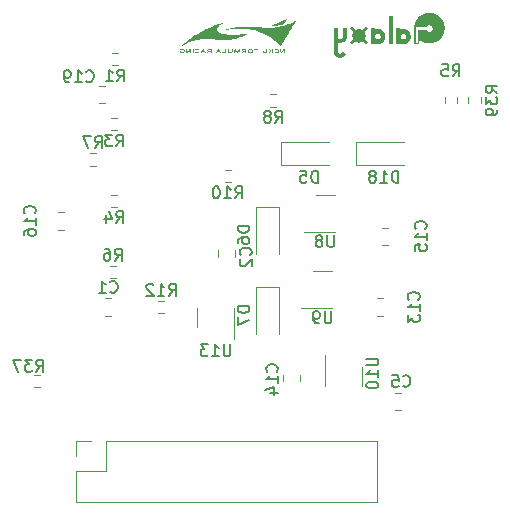
<source format=gbr>
%TF.GenerationSoftware,KiCad,Pcbnew,7.0.11-rc3*%
%TF.CreationDate,2025-03-16T23:21:53+08:00*%
%TF.ProjectId,BSPD,42535044-2e6b-4696-9361-645f70636258,rev?*%
%TF.SameCoordinates,PX731bc60PY731bc60*%
%TF.FileFunction,Legend,Bot*%
%TF.FilePolarity,Positive*%
%FSLAX46Y46*%
G04 Gerber Fmt 4.6, Leading zero omitted, Abs format (unit mm)*
G04 Created by KiCad (PCBNEW 7.0.11-rc3) date 2025-03-16 23:21:53*
%MOMM*%
%LPD*%
G01*
G04 APERTURE LIST*
%ADD10C,0.150000*%
%ADD11C,0.120000*%
G04 APERTURE END LIST*
D10*
X28059580Y-33757142D02*
X28107200Y-33709523D01*
X28107200Y-33709523D02*
X28154819Y-33566666D01*
X28154819Y-33566666D02*
X28154819Y-33471428D01*
X28154819Y-33471428D02*
X28107200Y-33328571D01*
X28107200Y-33328571D02*
X28011961Y-33233333D01*
X28011961Y-33233333D02*
X27916723Y-33185714D01*
X27916723Y-33185714D02*
X27726247Y-33138095D01*
X27726247Y-33138095D02*
X27583390Y-33138095D01*
X27583390Y-33138095D02*
X27392914Y-33185714D01*
X27392914Y-33185714D02*
X27297676Y-33233333D01*
X27297676Y-33233333D02*
X27202438Y-33328571D01*
X27202438Y-33328571D02*
X27154819Y-33471428D01*
X27154819Y-33471428D02*
X27154819Y-33566666D01*
X27154819Y-33566666D02*
X27202438Y-33709523D01*
X27202438Y-33709523D02*
X27250057Y-33757142D01*
X28154819Y-34709523D02*
X28154819Y-34138095D01*
X28154819Y-34423809D02*
X27154819Y-34423809D01*
X27154819Y-34423809D02*
X27297676Y-34328571D01*
X27297676Y-34328571D02*
X27392914Y-34233333D01*
X27392914Y-34233333D02*
X27440533Y-34138095D01*
X27488152Y-35566666D02*
X28154819Y-35566666D01*
X27107200Y-35328571D02*
X27821485Y-35090476D01*
X27821485Y-35090476D02*
X27821485Y-35709523D01*
X35654819Y-32661905D02*
X36464342Y-32661905D01*
X36464342Y-32661905D02*
X36559580Y-32709524D01*
X36559580Y-32709524D02*
X36607200Y-32757143D01*
X36607200Y-32757143D02*
X36654819Y-32852381D01*
X36654819Y-32852381D02*
X36654819Y-33042857D01*
X36654819Y-33042857D02*
X36607200Y-33138095D01*
X36607200Y-33138095D02*
X36559580Y-33185714D01*
X36559580Y-33185714D02*
X36464342Y-33233333D01*
X36464342Y-33233333D02*
X35654819Y-33233333D01*
X36654819Y-34233333D02*
X36654819Y-33661905D01*
X36654819Y-33947619D02*
X35654819Y-33947619D01*
X35654819Y-33947619D02*
X35797676Y-33852381D01*
X35797676Y-33852381D02*
X35892914Y-33757143D01*
X35892914Y-33757143D02*
X35940533Y-33661905D01*
X35654819Y-34852381D02*
X35654819Y-34947619D01*
X35654819Y-34947619D02*
X35702438Y-35042857D01*
X35702438Y-35042857D02*
X35750057Y-35090476D01*
X35750057Y-35090476D02*
X35845295Y-35138095D01*
X35845295Y-35138095D02*
X36035771Y-35185714D01*
X36035771Y-35185714D02*
X36273866Y-35185714D01*
X36273866Y-35185714D02*
X36464342Y-35138095D01*
X36464342Y-35138095D02*
X36559580Y-35090476D01*
X36559580Y-35090476D02*
X36607200Y-35042857D01*
X36607200Y-35042857D02*
X36654819Y-34947619D01*
X36654819Y-34947619D02*
X36654819Y-34852381D01*
X36654819Y-34852381D02*
X36607200Y-34757143D01*
X36607200Y-34757143D02*
X36559580Y-34709524D01*
X36559580Y-34709524D02*
X36464342Y-34661905D01*
X36464342Y-34661905D02*
X36273866Y-34614286D01*
X36273866Y-34614286D02*
X36035771Y-34614286D01*
X36035771Y-34614286D02*
X35845295Y-34661905D01*
X35845295Y-34661905D02*
X35750057Y-34709524D01*
X35750057Y-34709524D02*
X35702438Y-34757143D01*
X35702438Y-34757143D02*
X35654819Y-34852381D01*
X14479166Y-14684819D02*
X14812499Y-14208628D01*
X15050594Y-14684819D02*
X15050594Y-13684819D01*
X15050594Y-13684819D02*
X14669642Y-13684819D01*
X14669642Y-13684819D02*
X14574404Y-13732438D01*
X14574404Y-13732438D02*
X14526785Y-13780057D01*
X14526785Y-13780057D02*
X14479166Y-13875295D01*
X14479166Y-13875295D02*
X14479166Y-14018152D01*
X14479166Y-14018152D02*
X14526785Y-14113390D01*
X14526785Y-14113390D02*
X14574404Y-14161009D01*
X14574404Y-14161009D02*
X14669642Y-14208628D01*
X14669642Y-14208628D02*
X15050594Y-14208628D01*
X14145832Y-13684819D02*
X13526785Y-13684819D01*
X13526785Y-13684819D02*
X13860118Y-14065771D01*
X13860118Y-14065771D02*
X13717261Y-14065771D01*
X13717261Y-14065771D02*
X13622023Y-14113390D01*
X13622023Y-14113390D02*
X13574404Y-14161009D01*
X13574404Y-14161009D02*
X13526785Y-14256247D01*
X13526785Y-14256247D02*
X13526785Y-14494342D01*
X13526785Y-14494342D02*
X13574404Y-14589580D01*
X13574404Y-14589580D02*
X13622023Y-14637200D01*
X13622023Y-14637200D02*
X13717261Y-14684819D01*
X13717261Y-14684819D02*
X14002975Y-14684819D01*
X14002975Y-14684819D02*
X14098213Y-14637200D01*
X14098213Y-14637200D02*
X14145832Y-14589580D01*
X38364285Y-17754819D02*
X38364285Y-16754819D01*
X38364285Y-16754819D02*
X38126190Y-16754819D01*
X38126190Y-16754819D02*
X37983333Y-16802438D01*
X37983333Y-16802438D02*
X37888095Y-16897676D01*
X37888095Y-16897676D02*
X37840476Y-16992914D01*
X37840476Y-16992914D02*
X37792857Y-17183390D01*
X37792857Y-17183390D02*
X37792857Y-17326247D01*
X37792857Y-17326247D02*
X37840476Y-17516723D01*
X37840476Y-17516723D02*
X37888095Y-17611961D01*
X37888095Y-17611961D02*
X37983333Y-17707200D01*
X37983333Y-17707200D02*
X38126190Y-17754819D01*
X38126190Y-17754819D02*
X38364285Y-17754819D01*
X36840476Y-17754819D02*
X37411904Y-17754819D01*
X37126190Y-17754819D02*
X37126190Y-16754819D01*
X37126190Y-16754819D02*
X37221428Y-16897676D01*
X37221428Y-16897676D02*
X37316666Y-16992914D01*
X37316666Y-16992914D02*
X37411904Y-17040533D01*
X36269047Y-17183390D02*
X36364285Y-17135771D01*
X36364285Y-17135771D02*
X36411904Y-17088152D01*
X36411904Y-17088152D02*
X36459523Y-16992914D01*
X36459523Y-16992914D02*
X36459523Y-16945295D01*
X36459523Y-16945295D02*
X36411904Y-16850057D01*
X36411904Y-16850057D02*
X36364285Y-16802438D01*
X36364285Y-16802438D02*
X36269047Y-16754819D01*
X36269047Y-16754819D02*
X36078571Y-16754819D01*
X36078571Y-16754819D02*
X35983333Y-16802438D01*
X35983333Y-16802438D02*
X35935714Y-16850057D01*
X35935714Y-16850057D02*
X35888095Y-16945295D01*
X35888095Y-16945295D02*
X35888095Y-16992914D01*
X35888095Y-16992914D02*
X35935714Y-17088152D01*
X35935714Y-17088152D02*
X35983333Y-17135771D01*
X35983333Y-17135771D02*
X36078571Y-17183390D01*
X36078571Y-17183390D02*
X36269047Y-17183390D01*
X36269047Y-17183390D02*
X36364285Y-17231009D01*
X36364285Y-17231009D02*
X36411904Y-17278628D01*
X36411904Y-17278628D02*
X36459523Y-17373866D01*
X36459523Y-17373866D02*
X36459523Y-17564342D01*
X36459523Y-17564342D02*
X36411904Y-17659580D01*
X36411904Y-17659580D02*
X36364285Y-17707200D01*
X36364285Y-17707200D02*
X36269047Y-17754819D01*
X36269047Y-17754819D02*
X36078571Y-17754819D01*
X36078571Y-17754819D02*
X35983333Y-17707200D01*
X35983333Y-17707200D02*
X35935714Y-17659580D01*
X35935714Y-17659580D02*
X35888095Y-17564342D01*
X35888095Y-17564342D02*
X35888095Y-17373866D01*
X35888095Y-17373866D02*
X35935714Y-17278628D01*
X35935714Y-17278628D02*
X35983333Y-17231009D01*
X35983333Y-17231009D02*
X36078571Y-17183390D01*
X11942857Y-9159580D02*
X11990476Y-9207200D01*
X11990476Y-9207200D02*
X12133333Y-9254819D01*
X12133333Y-9254819D02*
X12228571Y-9254819D01*
X12228571Y-9254819D02*
X12371428Y-9207200D01*
X12371428Y-9207200D02*
X12466666Y-9111961D01*
X12466666Y-9111961D02*
X12514285Y-9016723D01*
X12514285Y-9016723D02*
X12561904Y-8826247D01*
X12561904Y-8826247D02*
X12561904Y-8683390D01*
X12561904Y-8683390D02*
X12514285Y-8492914D01*
X12514285Y-8492914D02*
X12466666Y-8397676D01*
X12466666Y-8397676D02*
X12371428Y-8302438D01*
X12371428Y-8302438D02*
X12228571Y-8254819D01*
X12228571Y-8254819D02*
X12133333Y-8254819D01*
X12133333Y-8254819D02*
X11990476Y-8302438D01*
X11990476Y-8302438D02*
X11942857Y-8350057D01*
X10990476Y-9254819D02*
X11561904Y-9254819D01*
X11276190Y-9254819D02*
X11276190Y-8254819D01*
X11276190Y-8254819D02*
X11371428Y-8397676D01*
X11371428Y-8397676D02*
X11466666Y-8492914D01*
X11466666Y-8492914D02*
X11561904Y-8540533D01*
X10514285Y-9254819D02*
X10323809Y-9254819D01*
X10323809Y-9254819D02*
X10228571Y-9207200D01*
X10228571Y-9207200D02*
X10180952Y-9159580D01*
X10180952Y-9159580D02*
X10085714Y-9016723D01*
X10085714Y-9016723D02*
X10038095Y-8826247D01*
X10038095Y-8826247D02*
X10038095Y-8445295D01*
X10038095Y-8445295D02*
X10085714Y-8350057D01*
X10085714Y-8350057D02*
X10133333Y-8302438D01*
X10133333Y-8302438D02*
X10228571Y-8254819D01*
X10228571Y-8254819D02*
X10419047Y-8254819D01*
X10419047Y-8254819D02*
X10514285Y-8302438D01*
X10514285Y-8302438D02*
X10561904Y-8350057D01*
X10561904Y-8350057D02*
X10609523Y-8445295D01*
X10609523Y-8445295D02*
X10609523Y-8683390D01*
X10609523Y-8683390D02*
X10561904Y-8778628D01*
X10561904Y-8778628D02*
X10514285Y-8826247D01*
X10514285Y-8826247D02*
X10419047Y-8873866D01*
X10419047Y-8873866D02*
X10228571Y-8873866D01*
X10228571Y-8873866D02*
X10133333Y-8826247D01*
X10133333Y-8826247D02*
X10085714Y-8778628D01*
X10085714Y-8778628D02*
X10038095Y-8683390D01*
X31538094Y-17754819D02*
X31538094Y-16754819D01*
X31538094Y-16754819D02*
X31299999Y-16754819D01*
X31299999Y-16754819D02*
X31157142Y-16802438D01*
X31157142Y-16802438D02*
X31061904Y-16897676D01*
X31061904Y-16897676D02*
X31014285Y-16992914D01*
X31014285Y-16992914D02*
X30966666Y-17183390D01*
X30966666Y-17183390D02*
X30966666Y-17326247D01*
X30966666Y-17326247D02*
X31014285Y-17516723D01*
X31014285Y-17516723D02*
X31061904Y-17611961D01*
X31061904Y-17611961D02*
X31157142Y-17707200D01*
X31157142Y-17707200D02*
X31299999Y-17754819D01*
X31299999Y-17754819D02*
X31538094Y-17754819D01*
X30061904Y-16754819D02*
X30538094Y-16754819D01*
X30538094Y-16754819D02*
X30585713Y-17231009D01*
X30585713Y-17231009D02*
X30538094Y-17183390D01*
X30538094Y-17183390D02*
X30442856Y-17135771D01*
X30442856Y-17135771D02*
X30204761Y-17135771D01*
X30204761Y-17135771D02*
X30109523Y-17183390D01*
X30109523Y-17183390D02*
X30061904Y-17231009D01*
X30061904Y-17231009D02*
X30014285Y-17326247D01*
X30014285Y-17326247D02*
X30014285Y-17564342D01*
X30014285Y-17564342D02*
X30061904Y-17659580D01*
X30061904Y-17659580D02*
X30109523Y-17707200D01*
X30109523Y-17707200D02*
X30204761Y-17754819D01*
X30204761Y-17754819D02*
X30442856Y-17754819D01*
X30442856Y-17754819D02*
X30538094Y-17707200D01*
X30538094Y-17707200D02*
X30585713Y-17659580D01*
X14366666Y-24354819D02*
X14699999Y-23878628D01*
X14938094Y-24354819D02*
X14938094Y-23354819D01*
X14938094Y-23354819D02*
X14557142Y-23354819D01*
X14557142Y-23354819D02*
X14461904Y-23402438D01*
X14461904Y-23402438D02*
X14414285Y-23450057D01*
X14414285Y-23450057D02*
X14366666Y-23545295D01*
X14366666Y-23545295D02*
X14366666Y-23688152D01*
X14366666Y-23688152D02*
X14414285Y-23783390D01*
X14414285Y-23783390D02*
X14461904Y-23831009D01*
X14461904Y-23831009D02*
X14557142Y-23878628D01*
X14557142Y-23878628D02*
X14938094Y-23878628D01*
X13509523Y-23354819D02*
X13699999Y-23354819D01*
X13699999Y-23354819D02*
X13795237Y-23402438D01*
X13795237Y-23402438D02*
X13842856Y-23450057D01*
X13842856Y-23450057D02*
X13938094Y-23592914D01*
X13938094Y-23592914D02*
X13985713Y-23783390D01*
X13985713Y-23783390D02*
X13985713Y-24164342D01*
X13985713Y-24164342D02*
X13938094Y-24259580D01*
X13938094Y-24259580D02*
X13890475Y-24307200D01*
X13890475Y-24307200D02*
X13795237Y-24354819D01*
X13795237Y-24354819D02*
X13604761Y-24354819D01*
X13604761Y-24354819D02*
X13509523Y-24307200D01*
X13509523Y-24307200D02*
X13461904Y-24259580D01*
X13461904Y-24259580D02*
X13414285Y-24164342D01*
X13414285Y-24164342D02*
X13414285Y-23926247D01*
X13414285Y-23926247D02*
X13461904Y-23831009D01*
X13461904Y-23831009D02*
X13509523Y-23783390D01*
X13509523Y-23783390D02*
X13604761Y-23735771D01*
X13604761Y-23735771D02*
X13795237Y-23735771D01*
X13795237Y-23735771D02*
X13890475Y-23783390D01*
X13890475Y-23783390D02*
X13938094Y-23831009D01*
X13938094Y-23831009D02*
X13985713Y-23926247D01*
X14554166Y-9184819D02*
X14887499Y-8708628D01*
X15125594Y-9184819D02*
X15125594Y-8184819D01*
X15125594Y-8184819D02*
X14744642Y-8184819D01*
X14744642Y-8184819D02*
X14649404Y-8232438D01*
X14649404Y-8232438D02*
X14601785Y-8280057D01*
X14601785Y-8280057D02*
X14554166Y-8375295D01*
X14554166Y-8375295D02*
X14554166Y-8518152D01*
X14554166Y-8518152D02*
X14601785Y-8613390D01*
X14601785Y-8613390D02*
X14649404Y-8661009D01*
X14649404Y-8661009D02*
X14744642Y-8708628D01*
X14744642Y-8708628D02*
X15125594Y-8708628D01*
X13601785Y-9184819D02*
X14173213Y-9184819D01*
X13887499Y-9184819D02*
X13887499Y-8184819D01*
X13887499Y-8184819D02*
X13982737Y-8327676D01*
X13982737Y-8327676D02*
X14077975Y-8422914D01*
X14077975Y-8422914D02*
X14173213Y-8470533D01*
X14466666Y-21184819D02*
X14799999Y-20708628D01*
X15038094Y-21184819D02*
X15038094Y-20184819D01*
X15038094Y-20184819D02*
X14657142Y-20184819D01*
X14657142Y-20184819D02*
X14561904Y-20232438D01*
X14561904Y-20232438D02*
X14514285Y-20280057D01*
X14514285Y-20280057D02*
X14466666Y-20375295D01*
X14466666Y-20375295D02*
X14466666Y-20518152D01*
X14466666Y-20518152D02*
X14514285Y-20613390D01*
X14514285Y-20613390D02*
X14561904Y-20661009D01*
X14561904Y-20661009D02*
X14657142Y-20708628D01*
X14657142Y-20708628D02*
X15038094Y-20708628D01*
X13609523Y-20518152D02*
X13609523Y-21184819D01*
X13847618Y-20137200D02*
X14085713Y-20851485D01*
X14085713Y-20851485D02*
X13466666Y-20851485D01*
X25839580Y-23883333D02*
X25887200Y-23835714D01*
X25887200Y-23835714D02*
X25934819Y-23692857D01*
X25934819Y-23692857D02*
X25934819Y-23597619D01*
X25934819Y-23597619D02*
X25887200Y-23454762D01*
X25887200Y-23454762D02*
X25791961Y-23359524D01*
X25791961Y-23359524D02*
X25696723Y-23311905D01*
X25696723Y-23311905D02*
X25506247Y-23264286D01*
X25506247Y-23264286D02*
X25363390Y-23264286D01*
X25363390Y-23264286D02*
X25172914Y-23311905D01*
X25172914Y-23311905D02*
X25077676Y-23359524D01*
X25077676Y-23359524D02*
X24982438Y-23454762D01*
X24982438Y-23454762D02*
X24934819Y-23597619D01*
X24934819Y-23597619D02*
X24934819Y-23692857D01*
X24934819Y-23692857D02*
X24982438Y-23835714D01*
X24982438Y-23835714D02*
X25030057Y-23883333D01*
X25030057Y-24264286D02*
X24982438Y-24311905D01*
X24982438Y-24311905D02*
X24934819Y-24407143D01*
X24934819Y-24407143D02*
X24934819Y-24645238D01*
X24934819Y-24645238D02*
X24982438Y-24740476D01*
X24982438Y-24740476D02*
X25030057Y-24788095D01*
X25030057Y-24788095D02*
X25125295Y-24835714D01*
X25125295Y-24835714D02*
X25220533Y-24835714D01*
X25220533Y-24835714D02*
X25363390Y-24788095D01*
X25363390Y-24788095D02*
X25934819Y-24216667D01*
X25934819Y-24216667D02*
X25934819Y-24835714D01*
X7692857Y-33754819D02*
X8026190Y-33278628D01*
X8264285Y-33754819D02*
X8264285Y-32754819D01*
X8264285Y-32754819D02*
X7883333Y-32754819D01*
X7883333Y-32754819D02*
X7788095Y-32802438D01*
X7788095Y-32802438D02*
X7740476Y-32850057D01*
X7740476Y-32850057D02*
X7692857Y-32945295D01*
X7692857Y-32945295D02*
X7692857Y-33088152D01*
X7692857Y-33088152D02*
X7740476Y-33183390D01*
X7740476Y-33183390D02*
X7788095Y-33231009D01*
X7788095Y-33231009D02*
X7883333Y-33278628D01*
X7883333Y-33278628D02*
X8264285Y-33278628D01*
X7359523Y-32754819D02*
X6740476Y-32754819D01*
X6740476Y-32754819D02*
X7073809Y-33135771D01*
X7073809Y-33135771D02*
X6930952Y-33135771D01*
X6930952Y-33135771D02*
X6835714Y-33183390D01*
X6835714Y-33183390D02*
X6788095Y-33231009D01*
X6788095Y-33231009D02*
X6740476Y-33326247D01*
X6740476Y-33326247D02*
X6740476Y-33564342D01*
X6740476Y-33564342D02*
X6788095Y-33659580D01*
X6788095Y-33659580D02*
X6835714Y-33707200D01*
X6835714Y-33707200D02*
X6930952Y-33754819D01*
X6930952Y-33754819D02*
X7216666Y-33754819D01*
X7216666Y-33754819D02*
X7311904Y-33707200D01*
X7311904Y-33707200D02*
X7359523Y-33659580D01*
X6407142Y-32754819D02*
X5740476Y-32754819D01*
X5740476Y-32754819D02*
X6169047Y-33754819D01*
X32924404Y-22204819D02*
X32924404Y-23014342D01*
X32924404Y-23014342D02*
X32876785Y-23109580D01*
X32876785Y-23109580D02*
X32829166Y-23157200D01*
X32829166Y-23157200D02*
X32733928Y-23204819D01*
X32733928Y-23204819D02*
X32543452Y-23204819D01*
X32543452Y-23204819D02*
X32448214Y-23157200D01*
X32448214Y-23157200D02*
X32400595Y-23109580D01*
X32400595Y-23109580D02*
X32352976Y-23014342D01*
X32352976Y-23014342D02*
X32352976Y-22204819D01*
X31733928Y-22633390D02*
X31829166Y-22585771D01*
X31829166Y-22585771D02*
X31876785Y-22538152D01*
X31876785Y-22538152D02*
X31924404Y-22442914D01*
X31924404Y-22442914D02*
X31924404Y-22395295D01*
X31924404Y-22395295D02*
X31876785Y-22300057D01*
X31876785Y-22300057D02*
X31829166Y-22252438D01*
X31829166Y-22252438D02*
X31733928Y-22204819D01*
X31733928Y-22204819D02*
X31543452Y-22204819D01*
X31543452Y-22204819D02*
X31448214Y-22252438D01*
X31448214Y-22252438D02*
X31400595Y-22300057D01*
X31400595Y-22300057D02*
X31352976Y-22395295D01*
X31352976Y-22395295D02*
X31352976Y-22442914D01*
X31352976Y-22442914D02*
X31400595Y-22538152D01*
X31400595Y-22538152D02*
X31448214Y-22585771D01*
X31448214Y-22585771D02*
X31543452Y-22633390D01*
X31543452Y-22633390D02*
X31733928Y-22633390D01*
X31733928Y-22633390D02*
X31829166Y-22681009D01*
X31829166Y-22681009D02*
X31876785Y-22728628D01*
X31876785Y-22728628D02*
X31924404Y-22823866D01*
X31924404Y-22823866D02*
X31924404Y-23014342D01*
X31924404Y-23014342D02*
X31876785Y-23109580D01*
X31876785Y-23109580D02*
X31829166Y-23157200D01*
X31829166Y-23157200D02*
X31733928Y-23204819D01*
X31733928Y-23204819D02*
X31543452Y-23204819D01*
X31543452Y-23204819D02*
X31448214Y-23157200D01*
X31448214Y-23157200D02*
X31400595Y-23109580D01*
X31400595Y-23109580D02*
X31352976Y-23014342D01*
X31352976Y-23014342D02*
X31352976Y-22823866D01*
X31352976Y-22823866D02*
X31400595Y-22728628D01*
X31400595Y-22728628D02*
X31448214Y-22681009D01*
X31448214Y-22681009D02*
X31543452Y-22633390D01*
X7559580Y-20357142D02*
X7607200Y-20309523D01*
X7607200Y-20309523D02*
X7654819Y-20166666D01*
X7654819Y-20166666D02*
X7654819Y-20071428D01*
X7654819Y-20071428D02*
X7607200Y-19928571D01*
X7607200Y-19928571D02*
X7511961Y-19833333D01*
X7511961Y-19833333D02*
X7416723Y-19785714D01*
X7416723Y-19785714D02*
X7226247Y-19738095D01*
X7226247Y-19738095D02*
X7083390Y-19738095D01*
X7083390Y-19738095D02*
X6892914Y-19785714D01*
X6892914Y-19785714D02*
X6797676Y-19833333D01*
X6797676Y-19833333D02*
X6702438Y-19928571D01*
X6702438Y-19928571D02*
X6654819Y-20071428D01*
X6654819Y-20071428D02*
X6654819Y-20166666D01*
X6654819Y-20166666D02*
X6702438Y-20309523D01*
X6702438Y-20309523D02*
X6750057Y-20357142D01*
X7654819Y-21309523D02*
X7654819Y-20738095D01*
X7654819Y-21023809D02*
X6654819Y-21023809D01*
X6654819Y-21023809D02*
X6797676Y-20928571D01*
X6797676Y-20928571D02*
X6892914Y-20833333D01*
X6892914Y-20833333D02*
X6940533Y-20738095D01*
X6654819Y-22166666D02*
X6654819Y-21976190D01*
X6654819Y-21976190D02*
X6702438Y-21880952D01*
X6702438Y-21880952D02*
X6750057Y-21833333D01*
X6750057Y-21833333D02*
X6892914Y-21738095D01*
X6892914Y-21738095D02*
X7083390Y-21690476D01*
X7083390Y-21690476D02*
X7464342Y-21690476D01*
X7464342Y-21690476D02*
X7559580Y-21738095D01*
X7559580Y-21738095D02*
X7607200Y-21785714D01*
X7607200Y-21785714D02*
X7654819Y-21880952D01*
X7654819Y-21880952D02*
X7654819Y-22071428D01*
X7654819Y-22071428D02*
X7607200Y-22166666D01*
X7607200Y-22166666D02*
X7559580Y-22214285D01*
X7559580Y-22214285D02*
X7464342Y-22261904D01*
X7464342Y-22261904D02*
X7226247Y-22261904D01*
X7226247Y-22261904D02*
X7131009Y-22214285D01*
X7131009Y-22214285D02*
X7083390Y-22166666D01*
X7083390Y-22166666D02*
X7035771Y-22071428D01*
X7035771Y-22071428D02*
X7035771Y-21880952D01*
X7035771Y-21880952D02*
X7083390Y-21785714D01*
X7083390Y-21785714D02*
X7131009Y-21738095D01*
X7131009Y-21738095D02*
X7226247Y-21690476D01*
X12666666Y-14824819D02*
X12999999Y-14348628D01*
X13238094Y-14824819D02*
X13238094Y-13824819D01*
X13238094Y-13824819D02*
X12857142Y-13824819D01*
X12857142Y-13824819D02*
X12761904Y-13872438D01*
X12761904Y-13872438D02*
X12714285Y-13920057D01*
X12714285Y-13920057D02*
X12666666Y-14015295D01*
X12666666Y-14015295D02*
X12666666Y-14158152D01*
X12666666Y-14158152D02*
X12714285Y-14253390D01*
X12714285Y-14253390D02*
X12761904Y-14301009D01*
X12761904Y-14301009D02*
X12857142Y-14348628D01*
X12857142Y-14348628D02*
X13238094Y-14348628D01*
X12333332Y-13824819D02*
X11666666Y-13824819D01*
X11666666Y-13824819D02*
X12095237Y-14824819D01*
X27941666Y-12684819D02*
X28274999Y-12208628D01*
X28513094Y-12684819D02*
X28513094Y-11684819D01*
X28513094Y-11684819D02*
X28132142Y-11684819D01*
X28132142Y-11684819D02*
X28036904Y-11732438D01*
X28036904Y-11732438D02*
X27989285Y-11780057D01*
X27989285Y-11780057D02*
X27941666Y-11875295D01*
X27941666Y-11875295D02*
X27941666Y-12018152D01*
X27941666Y-12018152D02*
X27989285Y-12113390D01*
X27989285Y-12113390D02*
X28036904Y-12161009D01*
X28036904Y-12161009D02*
X28132142Y-12208628D01*
X28132142Y-12208628D02*
X28513094Y-12208628D01*
X27370237Y-12113390D02*
X27465475Y-12065771D01*
X27465475Y-12065771D02*
X27513094Y-12018152D01*
X27513094Y-12018152D02*
X27560713Y-11922914D01*
X27560713Y-11922914D02*
X27560713Y-11875295D01*
X27560713Y-11875295D02*
X27513094Y-11780057D01*
X27513094Y-11780057D02*
X27465475Y-11732438D01*
X27465475Y-11732438D02*
X27370237Y-11684819D01*
X27370237Y-11684819D02*
X27179761Y-11684819D01*
X27179761Y-11684819D02*
X27084523Y-11732438D01*
X27084523Y-11732438D02*
X27036904Y-11780057D01*
X27036904Y-11780057D02*
X26989285Y-11875295D01*
X26989285Y-11875295D02*
X26989285Y-11922914D01*
X26989285Y-11922914D02*
X27036904Y-12018152D01*
X27036904Y-12018152D02*
X27084523Y-12065771D01*
X27084523Y-12065771D02*
X27179761Y-12113390D01*
X27179761Y-12113390D02*
X27370237Y-12113390D01*
X27370237Y-12113390D02*
X27465475Y-12161009D01*
X27465475Y-12161009D02*
X27513094Y-12208628D01*
X27513094Y-12208628D02*
X27560713Y-12303866D01*
X27560713Y-12303866D02*
X27560713Y-12494342D01*
X27560713Y-12494342D02*
X27513094Y-12589580D01*
X27513094Y-12589580D02*
X27465475Y-12637200D01*
X27465475Y-12637200D02*
X27370237Y-12684819D01*
X27370237Y-12684819D02*
X27179761Y-12684819D01*
X27179761Y-12684819D02*
X27084523Y-12637200D01*
X27084523Y-12637200D02*
X27036904Y-12589580D01*
X27036904Y-12589580D02*
X26989285Y-12494342D01*
X26989285Y-12494342D02*
X26989285Y-12303866D01*
X26989285Y-12303866D02*
X27036904Y-12208628D01*
X27036904Y-12208628D02*
X27084523Y-12161009D01*
X27084523Y-12161009D02*
X27179761Y-12113390D01*
X13966666Y-26979580D02*
X14014285Y-27027200D01*
X14014285Y-27027200D02*
X14157142Y-27074819D01*
X14157142Y-27074819D02*
X14252380Y-27074819D01*
X14252380Y-27074819D02*
X14395237Y-27027200D01*
X14395237Y-27027200D02*
X14490475Y-26931961D01*
X14490475Y-26931961D02*
X14538094Y-26836723D01*
X14538094Y-26836723D02*
X14585713Y-26646247D01*
X14585713Y-26646247D02*
X14585713Y-26503390D01*
X14585713Y-26503390D02*
X14538094Y-26312914D01*
X14538094Y-26312914D02*
X14490475Y-26217676D01*
X14490475Y-26217676D02*
X14395237Y-26122438D01*
X14395237Y-26122438D02*
X14252380Y-26074819D01*
X14252380Y-26074819D02*
X14157142Y-26074819D01*
X14157142Y-26074819D02*
X14014285Y-26122438D01*
X14014285Y-26122438D02*
X13966666Y-26170057D01*
X13014285Y-27074819D02*
X13585713Y-27074819D01*
X13299999Y-27074819D02*
X13299999Y-26074819D01*
X13299999Y-26074819D02*
X13395237Y-26217676D01*
X13395237Y-26217676D02*
X13490475Y-26312914D01*
X13490475Y-26312914D02*
X13585713Y-26360533D01*
X40659580Y-21657142D02*
X40707200Y-21609523D01*
X40707200Y-21609523D02*
X40754819Y-21466666D01*
X40754819Y-21466666D02*
X40754819Y-21371428D01*
X40754819Y-21371428D02*
X40707200Y-21228571D01*
X40707200Y-21228571D02*
X40611961Y-21133333D01*
X40611961Y-21133333D02*
X40516723Y-21085714D01*
X40516723Y-21085714D02*
X40326247Y-21038095D01*
X40326247Y-21038095D02*
X40183390Y-21038095D01*
X40183390Y-21038095D02*
X39992914Y-21085714D01*
X39992914Y-21085714D02*
X39897676Y-21133333D01*
X39897676Y-21133333D02*
X39802438Y-21228571D01*
X39802438Y-21228571D02*
X39754819Y-21371428D01*
X39754819Y-21371428D02*
X39754819Y-21466666D01*
X39754819Y-21466666D02*
X39802438Y-21609523D01*
X39802438Y-21609523D02*
X39850057Y-21657142D01*
X40754819Y-22609523D02*
X40754819Y-22038095D01*
X40754819Y-22323809D02*
X39754819Y-22323809D01*
X39754819Y-22323809D02*
X39897676Y-22228571D01*
X39897676Y-22228571D02*
X39992914Y-22133333D01*
X39992914Y-22133333D02*
X40040533Y-22038095D01*
X39754819Y-23514285D02*
X39754819Y-23038095D01*
X39754819Y-23038095D02*
X40231009Y-22990476D01*
X40231009Y-22990476D02*
X40183390Y-23038095D01*
X40183390Y-23038095D02*
X40135771Y-23133333D01*
X40135771Y-23133333D02*
X40135771Y-23371428D01*
X40135771Y-23371428D02*
X40183390Y-23466666D01*
X40183390Y-23466666D02*
X40231009Y-23514285D01*
X40231009Y-23514285D02*
X40326247Y-23561904D01*
X40326247Y-23561904D02*
X40564342Y-23561904D01*
X40564342Y-23561904D02*
X40659580Y-23514285D01*
X40659580Y-23514285D02*
X40707200Y-23466666D01*
X40707200Y-23466666D02*
X40754819Y-23371428D01*
X40754819Y-23371428D02*
X40754819Y-23133333D01*
X40754819Y-23133333D02*
X40707200Y-23038095D01*
X40707200Y-23038095D02*
X40659580Y-22990476D01*
X25754819Y-21411905D02*
X24754819Y-21411905D01*
X24754819Y-21411905D02*
X24754819Y-21650000D01*
X24754819Y-21650000D02*
X24802438Y-21792857D01*
X24802438Y-21792857D02*
X24897676Y-21888095D01*
X24897676Y-21888095D02*
X24992914Y-21935714D01*
X24992914Y-21935714D02*
X25183390Y-21983333D01*
X25183390Y-21983333D02*
X25326247Y-21983333D01*
X25326247Y-21983333D02*
X25516723Y-21935714D01*
X25516723Y-21935714D02*
X25611961Y-21888095D01*
X25611961Y-21888095D02*
X25707200Y-21792857D01*
X25707200Y-21792857D02*
X25754819Y-21650000D01*
X25754819Y-21650000D02*
X25754819Y-21411905D01*
X24754819Y-22840476D02*
X24754819Y-22650000D01*
X24754819Y-22650000D02*
X24802438Y-22554762D01*
X24802438Y-22554762D02*
X24850057Y-22507143D01*
X24850057Y-22507143D02*
X24992914Y-22411905D01*
X24992914Y-22411905D02*
X25183390Y-22364286D01*
X25183390Y-22364286D02*
X25564342Y-22364286D01*
X25564342Y-22364286D02*
X25659580Y-22411905D01*
X25659580Y-22411905D02*
X25707200Y-22459524D01*
X25707200Y-22459524D02*
X25754819Y-22554762D01*
X25754819Y-22554762D02*
X25754819Y-22745238D01*
X25754819Y-22745238D02*
X25707200Y-22840476D01*
X25707200Y-22840476D02*
X25659580Y-22888095D01*
X25659580Y-22888095D02*
X25564342Y-22935714D01*
X25564342Y-22935714D02*
X25326247Y-22935714D01*
X25326247Y-22935714D02*
X25231009Y-22888095D01*
X25231009Y-22888095D02*
X25183390Y-22840476D01*
X25183390Y-22840476D02*
X25135771Y-22745238D01*
X25135771Y-22745238D02*
X25135771Y-22554762D01*
X25135771Y-22554762D02*
X25183390Y-22459524D01*
X25183390Y-22459524D02*
X25231009Y-22411905D01*
X25231009Y-22411905D02*
X25326247Y-22364286D01*
X18942857Y-27324819D02*
X19276190Y-26848628D01*
X19514285Y-27324819D02*
X19514285Y-26324819D01*
X19514285Y-26324819D02*
X19133333Y-26324819D01*
X19133333Y-26324819D02*
X19038095Y-26372438D01*
X19038095Y-26372438D02*
X18990476Y-26420057D01*
X18990476Y-26420057D02*
X18942857Y-26515295D01*
X18942857Y-26515295D02*
X18942857Y-26658152D01*
X18942857Y-26658152D02*
X18990476Y-26753390D01*
X18990476Y-26753390D02*
X19038095Y-26801009D01*
X19038095Y-26801009D02*
X19133333Y-26848628D01*
X19133333Y-26848628D02*
X19514285Y-26848628D01*
X17990476Y-27324819D02*
X18561904Y-27324819D01*
X18276190Y-27324819D02*
X18276190Y-26324819D01*
X18276190Y-26324819D02*
X18371428Y-26467676D01*
X18371428Y-26467676D02*
X18466666Y-26562914D01*
X18466666Y-26562914D02*
X18561904Y-26610533D01*
X17609523Y-26420057D02*
X17561904Y-26372438D01*
X17561904Y-26372438D02*
X17466666Y-26324819D01*
X17466666Y-26324819D02*
X17228571Y-26324819D01*
X17228571Y-26324819D02*
X17133333Y-26372438D01*
X17133333Y-26372438D02*
X17085714Y-26420057D01*
X17085714Y-26420057D02*
X17038095Y-26515295D01*
X17038095Y-26515295D02*
X17038095Y-26610533D01*
X17038095Y-26610533D02*
X17085714Y-26753390D01*
X17085714Y-26753390D02*
X17657142Y-27324819D01*
X17657142Y-27324819D02*
X17038095Y-27324819D01*
X42966666Y-8754819D02*
X43299999Y-8278628D01*
X43538094Y-8754819D02*
X43538094Y-7754819D01*
X43538094Y-7754819D02*
X43157142Y-7754819D01*
X43157142Y-7754819D02*
X43061904Y-7802438D01*
X43061904Y-7802438D02*
X43014285Y-7850057D01*
X43014285Y-7850057D02*
X42966666Y-7945295D01*
X42966666Y-7945295D02*
X42966666Y-8088152D01*
X42966666Y-8088152D02*
X43014285Y-8183390D01*
X43014285Y-8183390D02*
X43061904Y-8231009D01*
X43061904Y-8231009D02*
X43157142Y-8278628D01*
X43157142Y-8278628D02*
X43538094Y-8278628D01*
X42061904Y-7754819D02*
X42538094Y-7754819D01*
X42538094Y-7754819D02*
X42585713Y-8231009D01*
X42585713Y-8231009D02*
X42538094Y-8183390D01*
X42538094Y-8183390D02*
X42442856Y-8135771D01*
X42442856Y-8135771D02*
X42204761Y-8135771D01*
X42204761Y-8135771D02*
X42109523Y-8183390D01*
X42109523Y-8183390D02*
X42061904Y-8231009D01*
X42061904Y-8231009D02*
X42014285Y-8326247D01*
X42014285Y-8326247D02*
X42014285Y-8564342D01*
X42014285Y-8564342D02*
X42061904Y-8659580D01*
X42061904Y-8659580D02*
X42109523Y-8707200D01*
X42109523Y-8707200D02*
X42204761Y-8754819D01*
X42204761Y-8754819D02*
X42442856Y-8754819D01*
X42442856Y-8754819D02*
X42538094Y-8707200D01*
X42538094Y-8707200D02*
X42585713Y-8659580D01*
X38766666Y-34959580D02*
X38814285Y-35007200D01*
X38814285Y-35007200D02*
X38957142Y-35054819D01*
X38957142Y-35054819D02*
X39052380Y-35054819D01*
X39052380Y-35054819D02*
X39195237Y-35007200D01*
X39195237Y-35007200D02*
X39290475Y-34911961D01*
X39290475Y-34911961D02*
X39338094Y-34816723D01*
X39338094Y-34816723D02*
X39385713Y-34626247D01*
X39385713Y-34626247D02*
X39385713Y-34483390D01*
X39385713Y-34483390D02*
X39338094Y-34292914D01*
X39338094Y-34292914D02*
X39290475Y-34197676D01*
X39290475Y-34197676D02*
X39195237Y-34102438D01*
X39195237Y-34102438D02*
X39052380Y-34054819D01*
X39052380Y-34054819D02*
X38957142Y-34054819D01*
X38957142Y-34054819D02*
X38814285Y-34102438D01*
X38814285Y-34102438D02*
X38766666Y-34150057D01*
X37861904Y-34054819D02*
X38338094Y-34054819D01*
X38338094Y-34054819D02*
X38385713Y-34531009D01*
X38385713Y-34531009D02*
X38338094Y-34483390D01*
X38338094Y-34483390D02*
X38242856Y-34435771D01*
X38242856Y-34435771D02*
X38004761Y-34435771D01*
X38004761Y-34435771D02*
X37909523Y-34483390D01*
X37909523Y-34483390D02*
X37861904Y-34531009D01*
X37861904Y-34531009D02*
X37814285Y-34626247D01*
X37814285Y-34626247D02*
X37814285Y-34864342D01*
X37814285Y-34864342D02*
X37861904Y-34959580D01*
X37861904Y-34959580D02*
X37909523Y-35007200D01*
X37909523Y-35007200D02*
X38004761Y-35054819D01*
X38004761Y-35054819D02*
X38242856Y-35054819D01*
X38242856Y-35054819D02*
X38338094Y-35007200D01*
X38338094Y-35007200D02*
X38385713Y-34959580D01*
X24555357Y-19084819D02*
X24888690Y-18608628D01*
X25126785Y-19084819D02*
X25126785Y-18084819D01*
X25126785Y-18084819D02*
X24745833Y-18084819D01*
X24745833Y-18084819D02*
X24650595Y-18132438D01*
X24650595Y-18132438D02*
X24602976Y-18180057D01*
X24602976Y-18180057D02*
X24555357Y-18275295D01*
X24555357Y-18275295D02*
X24555357Y-18418152D01*
X24555357Y-18418152D02*
X24602976Y-18513390D01*
X24602976Y-18513390D02*
X24650595Y-18561009D01*
X24650595Y-18561009D02*
X24745833Y-18608628D01*
X24745833Y-18608628D02*
X25126785Y-18608628D01*
X23602976Y-19084819D02*
X24174404Y-19084819D01*
X23888690Y-19084819D02*
X23888690Y-18084819D01*
X23888690Y-18084819D02*
X23983928Y-18227676D01*
X23983928Y-18227676D02*
X24079166Y-18322914D01*
X24079166Y-18322914D02*
X24174404Y-18370533D01*
X22983928Y-18084819D02*
X22888690Y-18084819D01*
X22888690Y-18084819D02*
X22793452Y-18132438D01*
X22793452Y-18132438D02*
X22745833Y-18180057D01*
X22745833Y-18180057D02*
X22698214Y-18275295D01*
X22698214Y-18275295D02*
X22650595Y-18465771D01*
X22650595Y-18465771D02*
X22650595Y-18703866D01*
X22650595Y-18703866D02*
X22698214Y-18894342D01*
X22698214Y-18894342D02*
X22745833Y-18989580D01*
X22745833Y-18989580D02*
X22793452Y-19037200D01*
X22793452Y-19037200D02*
X22888690Y-19084819D01*
X22888690Y-19084819D02*
X22983928Y-19084819D01*
X22983928Y-19084819D02*
X23079166Y-19037200D01*
X23079166Y-19037200D02*
X23126785Y-18989580D01*
X23126785Y-18989580D02*
X23174404Y-18894342D01*
X23174404Y-18894342D02*
X23222023Y-18703866D01*
X23222023Y-18703866D02*
X23222023Y-18465771D01*
X23222023Y-18465771D02*
X23174404Y-18275295D01*
X23174404Y-18275295D02*
X23126785Y-18180057D01*
X23126785Y-18180057D02*
X23079166Y-18132438D01*
X23079166Y-18132438D02*
X22983928Y-18084819D01*
X32699404Y-28654819D02*
X32699404Y-29464342D01*
X32699404Y-29464342D02*
X32651785Y-29559580D01*
X32651785Y-29559580D02*
X32604166Y-29607200D01*
X32604166Y-29607200D02*
X32508928Y-29654819D01*
X32508928Y-29654819D02*
X32318452Y-29654819D01*
X32318452Y-29654819D02*
X32223214Y-29607200D01*
X32223214Y-29607200D02*
X32175595Y-29559580D01*
X32175595Y-29559580D02*
X32127976Y-29464342D01*
X32127976Y-29464342D02*
X32127976Y-28654819D01*
X31604166Y-29654819D02*
X31413690Y-29654819D01*
X31413690Y-29654819D02*
X31318452Y-29607200D01*
X31318452Y-29607200D02*
X31270833Y-29559580D01*
X31270833Y-29559580D02*
X31175595Y-29416723D01*
X31175595Y-29416723D02*
X31127976Y-29226247D01*
X31127976Y-29226247D02*
X31127976Y-28845295D01*
X31127976Y-28845295D02*
X31175595Y-28750057D01*
X31175595Y-28750057D02*
X31223214Y-28702438D01*
X31223214Y-28702438D02*
X31318452Y-28654819D01*
X31318452Y-28654819D02*
X31508928Y-28654819D01*
X31508928Y-28654819D02*
X31604166Y-28702438D01*
X31604166Y-28702438D02*
X31651785Y-28750057D01*
X31651785Y-28750057D02*
X31699404Y-28845295D01*
X31699404Y-28845295D02*
X31699404Y-29083390D01*
X31699404Y-29083390D02*
X31651785Y-29178628D01*
X31651785Y-29178628D02*
X31604166Y-29226247D01*
X31604166Y-29226247D02*
X31508928Y-29273866D01*
X31508928Y-29273866D02*
X31318452Y-29273866D01*
X31318452Y-29273866D02*
X31223214Y-29226247D01*
X31223214Y-29226247D02*
X31175595Y-29178628D01*
X31175595Y-29178628D02*
X31127976Y-29083390D01*
X46754819Y-10157142D02*
X46278628Y-9823809D01*
X46754819Y-9585714D02*
X45754819Y-9585714D01*
X45754819Y-9585714D02*
X45754819Y-9966666D01*
X45754819Y-9966666D02*
X45802438Y-10061904D01*
X45802438Y-10061904D02*
X45850057Y-10109523D01*
X45850057Y-10109523D02*
X45945295Y-10157142D01*
X45945295Y-10157142D02*
X46088152Y-10157142D01*
X46088152Y-10157142D02*
X46183390Y-10109523D01*
X46183390Y-10109523D02*
X46231009Y-10061904D01*
X46231009Y-10061904D02*
X46278628Y-9966666D01*
X46278628Y-9966666D02*
X46278628Y-9585714D01*
X45754819Y-10490476D02*
X45754819Y-11109523D01*
X45754819Y-11109523D02*
X46135771Y-10776190D01*
X46135771Y-10776190D02*
X46135771Y-10919047D01*
X46135771Y-10919047D02*
X46183390Y-11014285D01*
X46183390Y-11014285D02*
X46231009Y-11061904D01*
X46231009Y-11061904D02*
X46326247Y-11109523D01*
X46326247Y-11109523D02*
X46564342Y-11109523D01*
X46564342Y-11109523D02*
X46659580Y-11061904D01*
X46659580Y-11061904D02*
X46707200Y-11014285D01*
X46707200Y-11014285D02*
X46754819Y-10919047D01*
X46754819Y-10919047D02*
X46754819Y-10633333D01*
X46754819Y-10633333D02*
X46707200Y-10538095D01*
X46707200Y-10538095D02*
X46659580Y-10490476D01*
X46754819Y-11585714D02*
X46754819Y-11776190D01*
X46754819Y-11776190D02*
X46707200Y-11871428D01*
X46707200Y-11871428D02*
X46659580Y-11919047D01*
X46659580Y-11919047D02*
X46516723Y-12014285D01*
X46516723Y-12014285D02*
X46326247Y-12061904D01*
X46326247Y-12061904D02*
X45945295Y-12061904D01*
X45945295Y-12061904D02*
X45850057Y-12014285D01*
X45850057Y-12014285D02*
X45802438Y-11966666D01*
X45802438Y-11966666D02*
X45754819Y-11871428D01*
X45754819Y-11871428D02*
X45754819Y-11680952D01*
X45754819Y-11680952D02*
X45802438Y-11585714D01*
X45802438Y-11585714D02*
X45850057Y-11538095D01*
X45850057Y-11538095D02*
X45945295Y-11490476D01*
X45945295Y-11490476D02*
X46183390Y-11490476D01*
X46183390Y-11490476D02*
X46278628Y-11538095D01*
X46278628Y-11538095D02*
X46326247Y-11585714D01*
X46326247Y-11585714D02*
X46373866Y-11680952D01*
X46373866Y-11680952D02*
X46373866Y-11871428D01*
X46373866Y-11871428D02*
X46326247Y-11966666D01*
X46326247Y-11966666D02*
X46278628Y-12014285D01*
X46278628Y-12014285D02*
X46183390Y-12061904D01*
X24138094Y-31454819D02*
X24138094Y-32264342D01*
X24138094Y-32264342D02*
X24090475Y-32359580D01*
X24090475Y-32359580D02*
X24042856Y-32407200D01*
X24042856Y-32407200D02*
X23947618Y-32454819D01*
X23947618Y-32454819D02*
X23757142Y-32454819D01*
X23757142Y-32454819D02*
X23661904Y-32407200D01*
X23661904Y-32407200D02*
X23614285Y-32359580D01*
X23614285Y-32359580D02*
X23566666Y-32264342D01*
X23566666Y-32264342D02*
X23566666Y-31454819D01*
X22566666Y-32454819D02*
X23138094Y-32454819D01*
X22852380Y-32454819D02*
X22852380Y-31454819D01*
X22852380Y-31454819D02*
X22947618Y-31597676D01*
X22947618Y-31597676D02*
X23042856Y-31692914D01*
X23042856Y-31692914D02*
X23138094Y-31740533D01*
X22233332Y-31454819D02*
X21614285Y-31454819D01*
X21614285Y-31454819D02*
X21947618Y-31835771D01*
X21947618Y-31835771D02*
X21804761Y-31835771D01*
X21804761Y-31835771D02*
X21709523Y-31883390D01*
X21709523Y-31883390D02*
X21661904Y-31931009D01*
X21661904Y-31931009D02*
X21614285Y-32026247D01*
X21614285Y-32026247D02*
X21614285Y-32264342D01*
X21614285Y-32264342D02*
X21661904Y-32359580D01*
X21661904Y-32359580D02*
X21709523Y-32407200D01*
X21709523Y-32407200D02*
X21804761Y-32454819D01*
X21804761Y-32454819D02*
X22090475Y-32454819D01*
X22090475Y-32454819D02*
X22185713Y-32407200D01*
X22185713Y-32407200D02*
X22233332Y-32359580D01*
X40059580Y-27657142D02*
X40107200Y-27609523D01*
X40107200Y-27609523D02*
X40154819Y-27466666D01*
X40154819Y-27466666D02*
X40154819Y-27371428D01*
X40154819Y-27371428D02*
X40107200Y-27228571D01*
X40107200Y-27228571D02*
X40011961Y-27133333D01*
X40011961Y-27133333D02*
X39916723Y-27085714D01*
X39916723Y-27085714D02*
X39726247Y-27038095D01*
X39726247Y-27038095D02*
X39583390Y-27038095D01*
X39583390Y-27038095D02*
X39392914Y-27085714D01*
X39392914Y-27085714D02*
X39297676Y-27133333D01*
X39297676Y-27133333D02*
X39202438Y-27228571D01*
X39202438Y-27228571D02*
X39154819Y-27371428D01*
X39154819Y-27371428D02*
X39154819Y-27466666D01*
X39154819Y-27466666D02*
X39202438Y-27609523D01*
X39202438Y-27609523D02*
X39250057Y-27657142D01*
X40154819Y-28609523D02*
X40154819Y-28038095D01*
X40154819Y-28323809D02*
X39154819Y-28323809D01*
X39154819Y-28323809D02*
X39297676Y-28228571D01*
X39297676Y-28228571D02*
X39392914Y-28133333D01*
X39392914Y-28133333D02*
X39440533Y-28038095D01*
X39154819Y-28942857D02*
X39154819Y-29561904D01*
X39154819Y-29561904D02*
X39535771Y-29228571D01*
X39535771Y-29228571D02*
X39535771Y-29371428D01*
X39535771Y-29371428D02*
X39583390Y-29466666D01*
X39583390Y-29466666D02*
X39631009Y-29514285D01*
X39631009Y-29514285D02*
X39726247Y-29561904D01*
X39726247Y-29561904D02*
X39964342Y-29561904D01*
X39964342Y-29561904D02*
X40059580Y-29514285D01*
X40059580Y-29514285D02*
X40107200Y-29466666D01*
X40107200Y-29466666D02*
X40154819Y-29371428D01*
X40154819Y-29371428D02*
X40154819Y-29085714D01*
X40154819Y-29085714D02*
X40107200Y-28990476D01*
X40107200Y-28990476D02*
X40059580Y-28942857D01*
X25754819Y-28211905D02*
X24754819Y-28211905D01*
X24754819Y-28211905D02*
X24754819Y-28450000D01*
X24754819Y-28450000D02*
X24802438Y-28592857D01*
X24802438Y-28592857D02*
X24897676Y-28688095D01*
X24897676Y-28688095D02*
X24992914Y-28735714D01*
X24992914Y-28735714D02*
X25183390Y-28783333D01*
X25183390Y-28783333D02*
X25326247Y-28783333D01*
X25326247Y-28783333D02*
X25516723Y-28735714D01*
X25516723Y-28735714D02*
X25611961Y-28688095D01*
X25611961Y-28688095D02*
X25707200Y-28592857D01*
X25707200Y-28592857D02*
X25754819Y-28450000D01*
X25754819Y-28450000D02*
X25754819Y-28211905D01*
X24754819Y-29116667D02*
X24754819Y-29783333D01*
X24754819Y-29783333D02*
X25754819Y-29354762D01*
D11*
%TO.C,C14*%
X28565000Y-34561252D02*
X28565000Y-34038748D01*
X30035000Y-34561252D02*
X30035000Y-34038748D01*
%TO.C,U10*%
X35310000Y-34162500D02*
X35310000Y-33362500D01*
X35310000Y-34162500D02*
X35310000Y-34962500D01*
X32190000Y-34162500D02*
X32190000Y-32362500D01*
X32190000Y-34162500D02*
X32190000Y-34962500D01*
%TO.C,J2*%
X36565000Y-39600000D02*
X36565000Y-44800000D01*
X13645000Y-39600000D02*
X36565000Y-39600000D01*
X13645000Y-39600000D02*
X13645000Y-42200000D01*
X12375000Y-39600000D02*
X11045000Y-39600000D01*
X11045000Y-39600000D02*
X11045000Y-40930000D01*
X13645000Y-42200000D02*
X11045000Y-42200000D01*
X11045000Y-42200000D02*
X11045000Y-44800000D01*
X11045000Y-44800000D02*
X36565000Y-44800000D01*
%TO.C,R3*%
X14057776Y-12277500D02*
X14567224Y-12277500D01*
X14057776Y-13322500D02*
X14567224Y-13322500D01*
%TO.C,D18*%
X34790000Y-14300000D02*
X38800000Y-14300000D01*
X34790000Y-16300000D02*
X34790000Y-14300000D01*
X34790000Y-16300000D02*
X38800000Y-16300000D01*
%TO.C,C19*%
X13038748Y-9565000D02*
X13561252Y-9565000D01*
X13038748Y-11035000D02*
X13561252Y-11035000D01*
%TO.C,D5*%
X28440000Y-14300000D02*
X32450000Y-14300000D01*
X28440000Y-16300000D02*
X28440000Y-14300000D01*
X28440000Y-16300000D02*
X32450000Y-16300000D01*
%TO.C,R6*%
X13957776Y-24777500D02*
X14467224Y-24777500D01*
X13957776Y-25822500D02*
X14467224Y-25822500D01*
%TO.C,R1*%
X14132776Y-6777500D02*
X14642224Y-6777500D01*
X14132776Y-7822500D02*
X14642224Y-7822500D01*
%TO.C,R4*%
X14045276Y-18777500D02*
X14554724Y-18777500D01*
X14045276Y-19822500D02*
X14554724Y-19822500D01*
%TO.C,C2*%
X23065000Y-24023752D02*
X23065000Y-23501248D01*
X24535000Y-24023752D02*
X24535000Y-23501248D01*
%TO.C,G\u002A\u002A\u002A*%
G36*
X21032334Y-6608563D02*
G01*
X21032317Y-6624518D01*
X21032122Y-6663568D01*
X21031733Y-6698651D01*
X21031178Y-6728443D01*
X21030487Y-6751622D01*
X21029687Y-6766865D01*
X21028806Y-6772847D01*
X21028299Y-6773275D01*
X21018955Y-6775908D01*
X21003792Y-6776574D01*
X20986883Y-6775509D01*
X20972298Y-6772946D01*
X20964109Y-6769120D01*
X20962244Y-6763113D01*
X20960809Y-6749406D01*
X20959833Y-6727468D01*
X20959300Y-6696712D01*
X20959192Y-6656552D01*
X20959492Y-6606401D01*
X20960896Y-6450937D01*
X20996615Y-6449372D01*
X21032334Y-6447808D01*
X21032334Y-6608563D01*
G37*
G36*
X23761511Y-6449372D02*
G01*
X23797230Y-6450937D01*
X23797230Y-6575291D01*
X23797189Y-6612865D01*
X23796981Y-6643937D01*
X23796486Y-6667332D01*
X23795583Y-6684550D01*
X23794151Y-6697088D01*
X23792072Y-6706444D01*
X23789224Y-6714116D01*
X23785488Y-6721602D01*
X23785077Y-6722362D01*
X23767243Y-6745269D01*
X23742277Y-6761115D01*
X23709413Y-6770390D01*
X23707632Y-6770664D01*
X23691442Y-6772267D01*
X23668498Y-6773572D01*
X23640723Y-6774565D01*
X23610045Y-6775236D01*
X23578388Y-6775573D01*
X23547678Y-6775564D01*
X23519842Y-6775197D01*
X23496804Y-6774461D01*
X23480490Y-6773344D01*
X23472826Y-6771834D01*
X23470529Y-6769340D01*
X23467586Y-6757466D01*
X23467535Y-6736196D01*
X23469146Y-6704937D01*
X23588209Y-6702035D01*
X23605879Y-6701593D01*
X23638519Y-6700713D01*
X23666657Y-6699870D01*
X23688774Y-6699115D01*
X23703350Y-6698497D01*
X23708864Y-6698067D01*
X23709241Y-6697626D01*
X23712779Y-6690786D01*
X23718125Y-6678649D01*
X23719294Y-6675463D01*
X23721856Y-6664208D01*
X23723703Y-6647794D01*
X23724919Y-6624866D01*
X23725588Y-6594071D01*
X23725792Y-6554053D01*
X23725792Y-6447808D01*
X23761511Y-6449372D01*
G37*
G36*
X27260625Y-6569928D02*
G01*
X27260615Y-6583228D01*
X27260392Y-6621984D01*
X27259823Y-6651949D01*
X27258827Y-6674504D01*
X27257325Y-6691031D01*
X27255238Y-6702912D01*
X27252486Y-6711528D01*
X27244083Y-6728179D01*
X27226726Y-6748591D01*
X27203003Y-6762539D01*
X27171181Y-6771295D01*
X27168178Y-6771767D01*
X27150142Y-6773313D01*
X27124988Y-6774191D01*
X27094929Y-6774452D01*
X27062175Y-6774147D01*
X27028941Y-6773326D01*
X26997438Y-6772040D01*
X26969878Y-6770339D01*
X26948473Y-6768275D01*
X26935436Y-6765897D01*
X26928927Y-6763529D01*
X26905460Y-6749100D01*
X26886430Y-6728451D01*
X26874909Y-6704689D01*
X26874803Y-6704293D01*
X26872920Y-6691451D01*
X26871341Y-6669644D01*
X26870130Y-6640408D01*
X26869352Y-6605278D01*
X26869072Y-6565789D01*
X26869042Y-6447808D01*
X26904761Y-6449372D01*
X26940480Y-6450937D01*
X26943125Y-6566509D01*
X26943582Y-6589459D01*
X26944304Y-6625822D01*
X26945727Y-6653454D01*
X26948916Y-6673545D01*
X26954938Y-6687282D01*
X26964858Y-6695856D01*
X26979742Y-6700455D01*
X27000656Y-6702268D01*
X27028664Y-6702483D01*
X27064834Y-6702291D01*
X27084878Y-6702370D01*
X27116636Y-6702497D01*
X27140793Y-6701592D01*
X27158412Y-6698467D01*
X27170561Y-6691933D01*
X27178305Y-6680800D01*
X27182709Y-6663880D01*
X27184840Y-6639985D01*
X27185762Y-6607924D01*
X27186542Y-6566509D01*
X27189188Y-6450937D01*
X27224907Y-6449372D01*
X27260625Y-6447808D01*
X27260625Y-6569928D01*
G37*
G36*
X24339393Y-6568435D02*
G01*
X24339264Y-6597467D01*
X24338682Y-6635888D01*
X24337467Y-6665989D01*
X24335423Y-6689156D01*
X24332351Y-6706777D01*
X24328055Y-6720237D01*
X24322339Y-6730924D01*
X24315006Y-6740225D01*
X24306792Y-6747951D01*
X24281042Y-6762530D01*
X24247226Y-6771447D01*
X24237098Y-6772491D01*
X24216408Y-6773552D01*
X24189312Y-6774238D01*
X24158163Y-6774495D01*
X24125313Y-6774269D01*
X24105075Y-6773882D01*
X24065385Y-6772257D01*
X24034250Y-6769213D01*
X24010273Y-6764258D01*
X23992057Y-6756902D01*
X23978203Y-6746654D01*
X23967315Y-6733024D01*
X23957994Y-6715520D01*
X23957402Y-6714203D01*
X23954376Y-6706106D01*
X23952088Y-6696380D01*
X23950437Y-6683532D01*
X23949320Y-6666070D01*
X23948635Y-6642502D01*
X23948282Y-6611337D01*
X23948158Y-6571081D01*
X23948042Y-6447808D01*
X23983761Y-6449372D01*
X24019480Y-6450937D01*
X24022125Y-6566509D01*
X24022582Y-6589459D01*
X24023304Y-6625822D01*
X24024727Y-6653454D01*
X24027916Y-6673545D01*
X24033938Y-6687282D01*
X24043858Y-6695856D01*
X24058742Y-6700455D01*
X24079656Y-6702268D01*
X24107664Y-6702483D01*
X24143834Y-6702291D01*
X24163878Y-6702370D01*
X24195636Y-6702497D01*
X24219793Y-6701592D01*
X24237412Y-6698467D01*
X24249561Y-6691933D01*
X24257305Y-6680800D01*
X24261709Y-6663880D01*
X24263840Y-6639985D01*
X24264762Y-6607924D01*
X24265542Y-6566509D01*
X24268188Y-6450937D01*
X24303907Y-6449372D01*
X24339625Y-6447808D01*
X24339393Y-6568435D01*
G37*
G36*
X28035952Y-6448316D02*
G01*
X28078214Y-6448643D01*
X28111784Y-6449512D01*
X28137990Y-6451128D01*
X28158159Y-6453695D01*
X28173618Y-6457418D01*
X28185695Y-6462502D01*
X28195717Y-6469152D01*
X28205012Y-6477572D01*
X28214916Y-6489082D01*
X28222918Y-6503294D01*
X28228457Y-6521033D01*
X28231910Y-6544053D01*
X28233652Y-6574106D01*
X28234060Y-6612947D01*
X28234032Y-6618228D01*
X28232571Y-6661432D01*
X28228463Y-6695537D01*
X28221041Y-6721728D01*
X28209636Y-6741187D01*
X28193581Y-6755099D01*
X28172207Y-6764647D01*
X28144847Y-6771015D01*
X28135664Y-6772095D01*
X28116418Y-6773338D01*
X28091081Y-6774315D01*
X28061505Y-6775021D01*
X28029543Y-6775448D01*
X27997046Y-6775591D01*
X27965866Y-6775443D01*
X27937856Y-6775000D01*
X27914869Y-6774255D01*
X27898755Y-6773201D01*
X27891368Y-6771834D01*
X27889071Y-6769340D01*
X27886128Y-6757466D01*
X27886076Y-6736196D01*
X27887688Y-6704937D01*
X28013842Y-6702291D01*
X28047849Y-6701641D01*
X28083981Y-6700781D01*
X28111539Y-6699226D01*
X28131653Y-6696230D01*
X28145453Y-6691044D01*
X28154068Y-6682922D01*
X28158629Y-6671117D01*
X28160266Y-6654883D01*
X28160108Y-6633471D01*
X28159285Y-6606136D01*
X28158364Y-6578093D01*
X28157040Y-6557420D01*
X28155075Y-6543632D01*
X28152195Y-6534842D01*
X28148125Y-6529163D01*
X28146806Y-6527960D01*
X28142169Y-6525177D01*
X28134932Y-6523003D01*
X28123766Y-6521317D01*
X28107338Y-6520002D01*
X28084320Y-6518937D01*
X28053380Y-6518004D01*
X28013188Y-6517083D01*
X27887688Y-6514437D01*
X27886113Y-6481364D01*
X27884537Y-6448291D01*
X28015144Y-6448291D01*
X28035952Y-6448316D01*
G37*
G36*
X26328474Y-6448396D02*
G01*
X26373203Y-6449060D01*
X26408046Y-6450330D01*
X26432777Y-6452195D01*
X26447167Y-6454645D01*
X26454039Y-6457053D01*
X26477999Y-6471165D01*
X26497139Y-6491249D01*
X26508582Y-6514499D01*
X26509014Y-6516402D01*
X26510540Y-6529305D01*
X26511847Y-6549715D01*
X26512917Y-6575824D01*
X26513735Y-6605823D01*
X26514283Y-6637904D01*
X26514545Y-6670259D01*
X26514504Y-6701079D01*
X26514143Y-6728556D01*
X26513445Y-6750882D01*
X26512394Y-6766248D01*
X26510973Y-6772847D01*
X26510500Y-6773241D01*
X26501468Y-6775680D01*
X26486533Y-6776401D01*
X26469741Y-6775580D01*
X26455137Y-6773395D01*
X26446767Y-6770025D01*
X26445896Y-6768839D01*
X26442868Y-6757325D01*
X26441034Y-6735590D01*
X26440417Y-6703879D01*
X26440417Y-6644083D01*
X26308692Y-6644083D01*
X26295781Y-6644086D01*
X26256783Y-6644077D01*
X26226836Y-6643812D01*
X26204750Y-6643000D01*
X26189331Y-6641348D01*
X26179389Y-6638567D01*
X26173731Y-6634364D01*
X26171165Y-6628448D01*
X26170499Y-6620528D01*
X26170542Y-6610313D01*
X26170542Y-6610310D01*
X26172408Y-6596419D01*
X26176892Y-6586933D01*
X26179606Y-6585527D01*
X26189527Y-6583650D01*
X26206937Y-6582254D01*
X26232610Y-6581301D01*
X26267317Y-6580756D01*
X26311830Y-6580583D01*
X26440417Y-6580583D01*
X26440417Y-6562648D01*
X26437512Y-6546503D01*
X26430311Y-6532221D01*
X26429401Y-6531106D01*
X26425877Y-6527382D01*
X26421361Y-6524532D01*
X26414481Y-6522400D01*
X26403868Y-6520831D01*
X26388153Y-6519670D01*
X26365966Y-6518762D01*
X26335937Y-6517951D01*
X26296697Y-6517083D01*
X26173188Y-6514437D01*
X26171613Y-6481364D01*
X26170037Y-6448291D01*
X26297999Y-6448291D01*
X26328474Y-6448396D01*
G37*
G36*
X21394519Y-6449947D02*
G01*
X21426074Y-6451870D01*
X21450689Y-6455355D01*
X21469544Y-6460732D01*
X21483820Y-6468328D01*
X21494697Y-6478474D01*
X21503356Y-6491496D01*
X21510977Y-6507725D01*
X21512186Y-6511404D01*
X21515055Y-6527734D01*
X21517240Y-6551288D01*
X21518706Y-6579619D01*
X21519416Y-6610280D01*
X21519334Y-6640823D01*
X21518422Y-6668802D01*
X21516644Y-6691768D01*
X21513964Y-6707275D01*
X21504210Y-6728667D01*
X21484567Y-6748954D01*
X21456083Y-6763663D01*
X21418625Y-6772883D01*
X21417194Y-6773051D01*
X21405595Y-6773701D01*
X21385679Y-6774326D01*
X21359243Y-6774886D01*
X21328086Y-6775342D01*
X21294007Y-6775654D01*
X21284849Y-6775705D01*
X21245654Y-6775669D01*
X21216031Y-6775123D01*
X21195147Y-6774026D01*
X21182170Y-6772340D01*
X21176267Y-6770024D01*
X21175205Y-6768744D01*
X21171263Y-6757806D01*
X21169718Y-6742259D01*
X21170452Y-6725857D01*
X21173347Y-6712354D01*
X21178287Y-6705503D01*
X21180264Y-6705100D01*
X21191772Y-6704202D01*
X21211516Y-6703429D01*
X21237841Y-6702825D01*
X21269095Y-6702432D01*
X21303623Y-6702291D01*
X21324845Y-6702318D01*
X21362621Y-6702278D01*
X21391549Y-6701491D01*
X21412806Y-6699205D01*
X21427568Y-6694670D01*
X21437009Y-6687136D01*
X21442305Y-6675852D01*
X21444633Y-6660068D01*
X21445167Y-6639033D01*
X21445084Y-6611997D01*
X21445188Y-6591147D01*
X21445069Y-6568537D01*
X21443597Y-6551265D01*
X21439623Y-6538583D01*
X21431993Y-6529746D01*
X21419557Y-6524006D01*
X21401163Y-6520616D01*
X21375659Y-6518830D01*
X21341895Y-6517901D01*
X21298717Y-6517083D01*
X21172563Y-6514437D01*
X21172563Y-6482687D01*
X21172563Y-6450937D01*
X21301876Y-6449518D01*
X21305864Y-6449475D01*
X21354842Y-6449258D01*
X21394519Y-6449947D01*
G37*
G36*
X22014954Y-6674039D02*
G01*
X22030397Y-6703519D01*
X22043528Y-6729191D01*
X22053615Y-6749709D01*
X22059929Y-6763725D01*
X22061738Y-6769890D01*
X22056945Y-6773689D01*
X22044650Y-6775504D01*
X22023433Y-6775295D01*
X21987803Y-6773729D01*
X21969121Y-6740693D01*
X21950438Y-6707657D01*
X21843358Y-6707620D01*
X21736278Y-6707583D01*
X21720587Y-6738667D01*
X21716213Y-6747142D01*
X21706438Y-6762966D01*
X21696350Y-6771761D01*
X21682873Y-6775535D01*
X21662932Y-6776293D01*
X21660251Y-6776288D01*
X21648626Y-6776147D01*
X21639877Y-6775127D01*
X21634244Y-6772290D01*
X21631967Y-6766701D01*
X21633286Y-6757423D01*
X21638441Y-6743519D01*
X21647671Y-6724052D01*
X21661217Y-6698087D01*
X21679318Y-6664686D01*
X21687710Y-6649375D01*
X21769065Y-6649375D01*
X21842554Y-6649375D01*
X21851670Y-6649344D01*
X21876973Y-6648909D01*
X21897388Y-6648039D01*
X21911016Y-6646837D01*
X21915959Y-6645406D01*
X21914936Y-6641985D01*
X21909698Y-6630693D01*
X21901069Y-6614086D01*
X21890240Y-6594260D01*
X21878403Y-6573311D01*
X21866749Y-6553335D01*
X21856469Y-6536427D01*
X21848754Y-6524683D01*
X21844796Y-6520199D01*
X21843904Y-6520630D01*
X21838285Y-6527552D01*
X21829126Y-6541626D01*
X21817475Y-6561181D01*
X21804380Y-6584552D01*
X21769065Y-6649375D01*
X21687710Y-6649375D01*
X21702214Y-6622912D01*
X21709956Y-6608843D01*
X21729829Y-6573162D01*
X21748434Y-6540359D01*
X21765017Y-6511721D01*
X21778829Y-6488535D01*
X21789119Y-6472089D01*
X21795134Y-6463670D01*
X21796073Y-6462646D01*
X21804361Y-6454842D01*
X21813181Y-6450525D01*
X21825880Y-6448680D01*
X21845805Y-6448291D01*
X21861979Y-6448556D01*
X21876590Y-6450144D01*
X21886208Y-6453887D01*
X21894008Y-6460597D01*
X21895854Y-6462854D01*
X21903488Y-6474278D01*
X21914656Y-6492675D01*
X21928628Y-6516698D01*
X21944672Y-6545000D01*
X21962057Y-6576233D01*
X21980053Y-6609048D01*
X21997929Y-6642100D01*
X21999691Y-6645406D01*
X22014954Y-6674039D01*
G37*
G36*
X28962617Y-3866336D02*
G01*
X28956897Y-3877258D01*
X28946709Y-3895435D01*
X28932664Y-3919852D01*
X28915372Y-3949493D01*
X28895443Y-3983341D01*
X28873487Y-4020381D01*
X28850114Y-4059597D01*
X28825935Y-4099973D01*
X28801560Y-4140493D01*
X28777598Y-4180141D01*
X28754660Y-4217902D01*
X28733356Y-4252758D01*
X28714296Y-4283695D01*
X28698090Y-4309697D01*
X28685348Y-4329747D01*
X28676681Y-4342829D01*
X28672699Y-4347929D01*
X28671240Y-4348621D01*
X28658641Y-4352863D01*
X28637067Y-4358745D01*
X28607685Y-4366019D01*
X28571666Y-4374436D01*
X28530178Y-4383748D01*
X28484391Y-4393707D01*
X28435473Y-4404065D01*
X28384593Y-4414573D01*
X28332921Y-4424983D01*
X28281626Y-4435048D01*
X28231876Y-4444518D01*
X28184840Y-4453146D01*
X28141688Y-4460683D01*
X28109443Y-4466023D01*
X28038846Y-4477003D01*
X27965502Y-4487546D01*
X27891286Y-4497426D01*
X27818077Y-4506418D01*
X27747750Y-4514296D01*
X27682183Y-4520835D01*
X27623252Y-4525810D01*
X27572834Y-4528995D01*
X27555697Y-4529784D01*
X27525191Y-4530948D01*
X27499026Y-4531641D01*
X27478760Y-4531837D01*
X27465949Y-4531514D01*
X27462150Y-4530649D01*
X27462337Y-4530539D01*
X27468927Y-4527453D01*
X27484399Y-4520426D01*
X27508075Y-4509759D01*
X27539277Y-4495755D01*
X27577328Y-4478719D01*
X27621551Y-4458953D01*
X27671266Y-4436759D01*
X27725796Y-4412441D01*
X27784464Y-4386302D01*
X27846591Y-4358645D01*
X27911500Y-4329773D01*
X27933322Y-4320070D01*
X28008544Y-4286617D01*
X28087041Y-4251700D01*
X28167373Y-4215961D01*
X28248102Y-4180038D01*
X28327790Y-4144573D01*
X28404998Y-4110204D01*
X28478289Y-4077573D01*
X28546224Y-4047320D01*
X28607364Y-4020085D01*
X28660271Y-3996508D01*
X28669768Y-3992276D01*
X28722369Y-3968876D01*
X28771907Y-3946906D01*
X28817556Y-3926727D01*
X28858491Y-3908702D01*
X28893890Y-3893191D01*
X28922926Y-3880556D01*
X28944775Y-3871158D01*
X28958613Y-3865360D01*
X28963615Y-3863522D01*
X28962617Y-3866336D01*
G37*
G36*
X27709094Y-6449372D02*
G01*
X27744813Y-6450937D01*
X27746216Y-6609325D01*
X27746228Y-6610695D01*
X27746544Y-6657897D01*
X27746552Y-6695482D01*
X27746224Y-6724387D01*
X27745527Y-6745549D01*
X27744432Y-6759908D01*
X27742908Y-6768400D01*
X27740924Y-6771963D01*
X27739317Y-6772763D01*
X27727447Y-6775244D01*
X27710811Y-6776200D01*
X27694035Y-6775538D01*
X27681746Y-6773163D01*
X27678230Y-6770317D01*
X27675794Y-6763708D01*
X27674311Y-6751655D01*
X27673575Y-6732446D01*
X27673375Y-6704371D01*
X27673375Y-6638791D01*
X27624102Y-6638791D01*
X27608404Y-6638767D01*
X27592665Y-6639250D01*
X27580266Y-6641334D01*
X27569545Y-6646126D01*
X27558836Y-6654732D01*
X27546475Y-6668256D01*
X27530797Y-6687805D01*
X27510136Y-6714484D01*
X27507184Y-6718279D01*
X27490743Y-6738763D01*
X27476204Y-6755858D01*
X27465049Y-6767872D01*
X27458760Y-6773113D01*
X27457769Y-6773471D01*
X27443963Y-6776119D01*
X27426767Y-6776735D01*
X27409658Y-6775545D01*
X27396116Y-6772772D01*
X27389618Y-6768641D01*
X27391093Y-6763974D01*
X27398027Y-6752257D01*
X27409404Y-6735421D01*
X27423968Y-6715118D01*
X27440464Y-6693000D01*
X27457634Y-6670719D01*
X27474224Y-6649927D01*
X27488977Y-6632275D01*
X27500636Y-6619417D01*
X27507947Y-6613004D01*
X27509231Y-6611543D01*
X27508621Y-6606265D01*
X27503720Y-6596755D01*
X27493907Y-6582036D01*
X27478561Y-6561136D01*
X27457063Y-6533078D01*
X27439719Y-6510333D01*
X27423659Y-6488462D01*
X27411248Y-6470660D01*
X27403464Y-6458332D01*
X27401286Y-6452885D01*
X27401305Y-6452855D01*
X27407759Y-6450555D01*
X27421757Y-6448916D01*
X27440301Y-6448291D01*
X27476477Y-6448291D01*
X27520054Y-6506683D01*
X27523906Y-6511818D01*
X27540607Y-6533479D01*
X27555653Y-6552095D01*
X27567525Y-6565825D01*
X27574701Y-6572828D01*
X27582489Y-6576345D01*
X27601251Y-6579543D01*
X27629574Y-6580583D01*
X27673375Y-6580583D01*
X27673375Y-6514195D01*
X27673375Y-6447808D01*
X27709094Y-6449372D01*
G37*
G36*
X23312313Y-6676925D02*
G01*
X23327507Y-6706174D01*
X23340386Y-6731571D01*
X23350230Y-6751774D01*
X23356317Y-6765443D01*
X23357928Y-6771234D01*
X23352928Y-6773660D01*
X23339155Y-6775324D01*
X23319244Y-6775283D01*
X23284023Y-6773729D01*
X23265460Y-6740797D01*
X23246896Y-6707866D01*
X23140215Y-6707724D01*
X23033534Y-6707583D01*
X23015418Y-6740656D01*
X23009202Y-6751896D01*
X23001271Y-6764536D01*
X22994143Y-6771254D01*
X22985153Y-6774165D01*
X22971637Y-6775381D01*
X22957540Y-6775941D01*
X22936494Y-6774515D01*
X22925229Y-6769722D01*
X22923883Y-6761601D01*
X22927341Y-6753841D01*
X22935654Y-6737361D01*
X22947623Y-6714754D01*
X22962457Y-6687422D01*
X22979363Y-6656769D01*
X22983491Y-6649375D01*
X23065189Y-6649375D01*
X23138845Y-6649375D01*
X23148091Y-6649350D01*
X23173422Y-6649015D01*
X23193866Y-6648347D01*
X23207526Y-6647424D01*
X23212500Y-6646325D01*
X23211668Y-6643724D01*
X23206755Y-6633205D01*
X23198456Y-6616929D01*
X23187948Y-6597060D01*
X23176410Y-6575765D01*
X23165021Y-6555208D01*
X23154960Y-6537554D01*
X23147404Y-6524970D01*
X23143533Y-6519620D01*
X23142802Y-6519243D01*
X23139848Y-6519431D01*
X23135889Y-6523005D01*
X23130145Y-6531164D01*
X23121837Y-6545107D01*
X23110185Y-6566031D01*
X23094409Y-6595135D01*
X23065189Y-6649375D01*
X22983491Y-6649375D01*
X22997550Y-6624195D01*
X23016225Y-6591104D01*
X23034595Y-6558896D01*
X23051870Y-6528975D01*
X23067257Y-6502743D01*
X23079963Y-6481601D01*
X23089197Y-6466952D01*
X23094165Y-6460197D01*
X23099025Y-6456215D01*
X23108889Y-6451276D01*
X23122612Y-6448903D01*
X23143534Y-6448291D01*
X23145551Y-6448293D01*
X23164564Y-6448760D01*
X23176541Y-6450749D01*
X23184744Y-6455262D01*
X23192438Y-6463299D01*
X23193981Y-6465284D01*
X23201730Y-6477044D01*
X23212933Y-6495685D01*
X23226870Y-6519868D01*
X23242818Y-6548248D01*
X23260058Y-6579486D01*
X23277868Y-6612240D01*
X23295527Y-6645166D01*
X23296140Y-6646325D01*
X23312313Y-6676925D01*
G37*
G36*
X28743390Y-6448844D02*
G01*
X28753465Y-6451526D01*
X28760834Y-6457234D01*
X28765938Y-6467045D01*
X28769219Y-6482038D01*
X28771120Y-6503293D01*
X28772082Y-6531887D01*
X28772546Y-6568900D01*
X28772956Y-6615410D01*
X28772971Y-6616861D01*
X28773339Y-6662699D01*
X28773389Y-6698981D01*
X28773085Y-6726701D01*
X28772394Y-6746855D01*
X28771283Y-6760437D01*
X28769717Y-6768443D01*
X28767664Y-6771866D01*
X28762218Y-6774013D01*
X28747813Y-6775985D01*
X28730789Y-6775891D01*
X28715502Y-6773860D01*
X28706309Y-6770025D01*
X28705186Y-6768119D01*
X28703204Y-6759034D01*
X28701728Y-6742459D01*
X28700720Y-6717620D01*
X28700143Y-6683746D01*
X28699959Y-6640066D01*
X28699761Y-6597784D01*
X28699125Y-6562838D01*
X28698055Y-6538102D01*
X28696556Y-6523699D01*
X28694634Y-6519749D01*
X28694189Y-6520125D01*
X28688454Y-6526679D01*
X28677348Y-6540329D01*
X28661730Y-6559987D01*
X28642460Y-6584563D01*
X28620398Y-6612969D01*
X28596404Y-6644115D01*
X28573111Y-6674423D01*
X28548854Y-6705563D01*
X28529190Y-6729787D01*
X28513094Y-6747923D01*
X28499540Y-6760799D01*
X28487503Y-6769243D01*
X28475958Y-6774082D01*
X28463881Y-6776145D01*
X28450246Y-6776259D01*
X28434028Y-6775252D01*
X28431524Y-6775074D01*
X28417909Y-6773985D01*
X28407077Y-6772121D01*
X28398710Y-6768391D01*
X28392491Y-6761706D01*
X28388101Y-6750976D01*
X28385222Y-6735112D01*
X28383536Y-6713024D01*
X28382726Y-6683622D01*
X28382473Y-6645816D01*
X28382459Y-6598517D01*
X28382459Y-6448291D01*
X28416759Y-6448291D01*
X28451059Y-6448291D01*
X28452478Y-6572651D01*
X28452577Y-6580696D01*
X28453327Y-6620501D01*
X28454401Y-6652934D01*
X28455755Y-6677192D01*
X28457347Y-6692474D01*
X28459135Y-6697976D01*
X28461873Y-6695988D01*
X28470447Y-6686745D01*
X28483752Y-6670999D01*
X28500855Y-6649886D01*
X28520823Y-6624543D01*
X28542724Y-6596105D01*
X28556498Y-6578054D01*
X28578954Y-6548741D01*
X28599654Y-6521857D01*
X28617437Y-6498901D01*
X28631144Y-6481376D01*
X28639613Y-6470781D01*
X28658152Y-6448291D01*
X28704502Y-6448291D01*
X28713352Y-6448237D01*
X28730166Y-6448107D01*
X28743390Y-6448844D01*
G37*
G36*
X22550620Y-6539490D02*
G01*
X22550932Y-6575313D01*
X22551042Y-6614353D01*
X22551020Y-6635814D01*
X22550780Y-6678624D01*
X22550249Y-6712104D01*
X22549389Y-6737132D01*
X22548163Y-6754581D01*
X22546534Y-6765329D01*
X22544466Y-6770250D01*
X22542068Y-6771908D01*
X22529036Y-6774997D01*
X22508748Y-6775277D01*
X22479605Y-6773729D01*
X22478090Y-6722135D01*
X22476576Y-6670541D01*
X22403442Y-6670541D01*
X22330309Y-6670541D01*
X22292434Y-6720275D01*
X22277755Y-6738994D01*
X22263632Y-6755892D01*
X22252607Y-6767897D01*
X22246263Y-6773191D01*
X22241117Y-6774372D01*
X22226910Y-6775812D01*
X22209131Y-6776375D01*
X22196905Y-6776021D01*
X22183170Y-6773592D01*
X22177279Y-6768520D01*
X22177636Y-6764718D01*
X22183535Y-6752884D01*
X22195403Y-6735160D01*
X22212493Y-6712727D01*
X22226741Y-6694585D01*
X22238696Y-6678796D01*
X22246441Y-6667892D01*
X22248746Y-6663540D01*
X22247708Y-6662985D01*
X22239584Y-6659098D01*
X22226647Y-6653138D01*
X22225189Y-6652455D01*
X22207474Y-6639499D01*
X22195344Y-6619905D01*
X22188378Y-6592665D01*
X22186586Y-6563802D01*
X22260000Y-6563802D01*
X22260328Y-6574518D01*
X22263431Y-6590758D01*
X22270584Y-6601750D01*
X22274353Y-6605034D01*
X22279829Y-6607907D01*
X22287988Y-6609911D01*
X22300412Y-6611202D01*
X22318679Y-6611933D01*
X22344369Y-6612259D01*
X22379063Y-6612333D01*
X22476959Y-6612333D01*
X22476959Y-6564708D01*
X22476959Y-6517083D01*
X22377237Y-6517083D01*
X22373793Y-6517083D01*
X22336522Y-6517214D01*
X22308433Y-6517941D01*
X22288226Y-6519782D01*
X22274603Y-6523255D01*
X22266268Y-6528876D01*
X22261921Y-6537162D01*
X22260264Y-6548632D01*
X22260000Y-6563802D01*
X22186586Y-6563802D01*
X22186150Y-6556770D01*
X22186301Y-6546081D01*
X22189525Y-6513393D01*
X22197389Y-6488842D01*
X22210483Y-6471094D01*
X22229395Y-6458812D01*
X22230898Y-6458141D01*
X22238486Y-6455213D01*
X22247178Y-6452940D01*
X22258328Y-6451240D01*
X22273289Y-6450029D01*
X22293417Y-6449223D01*
X22320066Y-6448740D01*
X22354589Y-6448496D01*
X22398341Y-6448407D01*
X22438629Y-6448424D01*
X22473597Y-6448601D01*
X22500189Y-6449005D01*
X22519557Y-6449700D01*
X22532852Y-6450749D01*
X22541228Y-6452217D01*
X22545837Y-6454167D01*
X22547830Y-6456661D01*
X22547945Y-6457056D01*
X22548770Y-6465665D01*
X22549510Y-6483230D01*
X22550136Y-6508317D01*
X22550272Y-6517083D01*
X22550620Y-6539490D01*
G37*
G36*
X20727871Y-6448106D02*
G01*
X20741271Y-6448291D01*
X20749861Y-6448240D01*
X20766523Y-6448114D01*
X20779632Y-6448853D01*
X20789622Y-6451538D01*
X20796933Y-6457245D01*
X20802000Y-6467056D01*
X20805262Y-6482048D01*
X20807155Y-6503300D01*
X20808117Y-6531892D01*
X20808586Y-6568903D01*
X20808997Y-6615410D01*
X20809012Y-6616861D01*
X20809381Y-6662699D01*
X20809430Y-6698981D01*
X20809126Y-6726701D01*
X20808435Y-6746855D01*
X20807324Y-6760437D01*
X20805759Y-6768443D01*
X20803706Y-6771866D01*
X20802180Y-6772638D01*
X20790304Y-6775192D01*
X20773616Y-6776199D01*
X20756759Y-6775556D01*
X20744371Y-6773163D01*
X20743447Y-6772709D01*
X20740995Y-6769835D01*
X20739138Y-6763797D01*
X20737797Y-6753359D01*
X20736892Y-6737283D01*
X20736344Y-6714333D01*
X20736073Y-6683274D01*
X20736000Y-6642869D01*
X20735991Y-6625594D01*
X20735864Y-6589449D01*
X20735529Y-6562309D01*
X20734914Y-6543048D01*
X20733945Y-6530540D01*
X20732550Y-6523658D01*
X20730656Y-6521277D01*
X20728189Y-6522270D01*
X20727903Y-6522528D01*
X20722063Y-6529203D01*
X20710830Y-6543030D01*
X20695104Y-6562864D01*
X20675788Y-6587560D01*
X20653782Y-6615975D01*
X20629989Y-6646962D01*
X20610595Y-6672292D01*
X20586029Y-6704004D01*
X20566140Y-6728693D01*
X20549881Y-6747196D01*
X20536208Y-6760351D01*
X20524077Y-6768997D01*
X20512442Y-6773972D01*
X20500259Y-6776114D01*
X20486483Y-6776261D01*
X20470069Y-6775252D01*
X20467565Y-6775074D01*
X20453950Y-6773985D01*
X20443119Y-6772121D01*
X20434752Y-6768391D01*
X20428533Y-6761706D01*
X20424142Y-6750976D01*
X20421263Y-6735112D01*
X20419578Y-6713024D01*
X20418767Y-6683622D01*
X20418514Y-6645816D01*
X20418500Y-6598517D01*
X20418500Y-6448291D01*
X20452896Y-6448291D01*
X20487292Y-6448291D01*
X20487292Y-6572333D01*
X20487340Y-6590504D01*
X20487727Y-6625356D01*
X20488459Y-6655021D01*
X20489485Y-6678152D01*
X20490752Y-6693399D01*
X20492207Y-6699413D01*
X20492216Y-6699418D01*
X20496627Y-6696144D01*
X20506496Y-6685464D01*
X20520942Y-6668442D01*
X20539086Y-6646136D01*
X20560049Y-6619610D01*
X20582951Y-6589923D01*
X20583042Y-6589803D01*
X20612044Y-6551692D01*
X20635396Y-6521070D01*
X20654007Y-6497123D01*
X20668785Y-6479038D01*
X20680640Y-6466002D01*
X20690480Y-6457203D01*
X20699214Y-6451826D01*
X20707752Y-6449060D01*
X20717001Y-6448091D01*
X20727871Y-6448106D01*
G37*
G36*
X25488443Y-6526937D02*
G01*
X25488315Y-6560794D01*
X25488080Y-6596662D01*
X25487755Y-6632968D01*
X25487355Y-6668137D01*
X25486898Y-6700596D01*
X25486398Y-6728769D01*
X25485873Y-6751082D01*
X25485338Y-6765960D01*
X25484810Y-6771830D01*
X25483439Y-6773121D01*
X25473679Y-6775799D01*
X25458588Y-6776530D01*
X25441975Y-6775490D01*
X25427651Y-6772855D01*
X25419428Y-6768801D01*
X25416446Y-6760890D01*
X25414478Y-6743023D01*
X25414312Y-6717207D01*
X25415482Y-6673187D01*
X25343431Y-6671716D01*
X25271380Y-6670245D01*
X25233427Y-6720739D01*
X25219330Y-6738742D01*
X25204097Y-6756428D01*
X25191772Y-6768786D01*
X25183917Y-6774134D01*
X25171921Y-6775985D01*
X25154359Y-6776156D01*
X25137447Y-6774232D01*
X25124484Y-6770636D01*
X25118772Y-6765791D01*
X25120527Y-6760262D01*
X25127821Y-6747892D01*
X25139523Y-6731115D01*
X25154316Y-6711927D01*
X25191330Y-6666000D01*
X25171955Y-6656364D01*
X25169648Y-6655198D01*
X25153308Y-6645022D01*
X25142064Y-6632845D01*
X25134938Y-6616537D01*
X25130955Y-6593969D01*
X25129279Y-6565419D01*
X25202167Y-6565419D01*
X25202220Y-6571921D01*
X25203431Y-6587810D01*
X25207001Y-6597441D01*
X25213928Y-6604095D01*
X25217884Y-6606289D01*
X25226290Y-6608783D01*
X25239149Y-6610515D01*
X25257993Y-6611604D01*
X25284353Y-6612171D01*
X25319761Y-6612333D01*
X25347068Y-6612219D01*
X25373795Y-6611851D01*
X25394998Y-6611274D01*
X25408990Y-6610537D01*
X25414086Y-6609687D01*
X25414128Y-6608762D01*
X25414282Y-6599820D01*
X25414447Y-6583804D01*
X25414594Y-6563385D01*
X25414850Y-6519729D01*
X25315141Y-6518284D01*
X25308194Y-6518183D01*
X25272551Y-6517756D01*
X25245948Y-6518036D01*
X25227064Y-6519573D01*
X25214577Y-6522919D01*
X25207165Y-6528626D01*
X25203508Y-6537243D01*
X25202282Y-6549324D01*
X25202167Y-6565419D01*
X25129279Y-6565419D01*
X25129138Y-6563014D01*
X25128967Y-6556113D01*
X25129539Y-6524812D01*
X25133195Y-6501539D01*
X25140729Y-6484325D01*
X25152935Y-6471201D01*
X25170607Y-6460197D01*
X25176374Y-6457352D01*
X25183540Y-6454456D01*
X25191831Y-6452254D01*
X25202598Y-6450649D01*
X25217193Y-6449548D01*
X25236967Y-6448857D01*
X25263271Y-6448480D01*
X25297455Y-6448323D01*
X25340872Y-6448291D01*
X25376938Y-6448353D01*
X25414712Y-6448636D01*
X25443549Y-6449187D01*
X25464377Y-6450048D01*
X25478122Y-6451261D01*
X25485710Y-6452866D01*
X25488068Y-6454906D01*
X25488315Y-6471560D01*
X25488449Y-6496668D01*
X25488444Y-6519729D01*
X25488443Y-6526937D01*
G37*
G36*
X20141507Y-6449529D02*
G01*
X20169287Y-6451010D01*
X20190917Y-6453518D01*
X20207632Y-6457220D01*
X20220663Y-6462278D01*
X20231243Y-6468857D01*
X20240605Y-6477123D01*
X20243445Y-6480056D01*
X20253628Y-6493047D01*
X20261034Y-6508167D01*
X20265992Y-6527097D01*
X20268835Y-6551515D01*
X20269894Y-6583098D01*
X20269499Y-6623527D01*
X20268969Y-6644646D01*
X20267934Y-6671374D01*
X20266471Y-6690637D01*
X20264338Y-6704362D01*
X20261296Y-6714476D01*
X20257105Y-6722905D01*
X20256422Y-6724050D01*
X20239536Y-6745006D01*
X20217192Y-6759468D01*
X20187129Y-6768923D01*
X20176727Y-6770605D01*
X20154467Y-6772686D01*
X20126103Y-6774225D01*
X20093717Y-6775217D01*
X20059394Y-6775660D01*
X20025218Y-6775547D01*
X19993273Y-6774876D01*
X19965644Y-6773640D01*
X19944414Y-6771837D01*
X19931667Y-6769461D01*
X19919304Y-6763793D01*
X19909121Y-6754565D01*
X19902052Y-6740763D01*
X19897607Y-6720901D01*
X19895298Y-6693491D01*
X19894634Y-6657047D01*
X19894783Y-6636768D01*
X19895826Y-6608372D01*
X19897882Y-6590088D01*
X19900975Y-6581641D01*
X19901634Y-6581166D01*
X19910923Y-6578883D01*
X19928326Y-6577118D01*
X19951767Y-6575871D01*
X19979170Y-6575141D01*
X20008459Y-6574930D01*
X20037557Y-6575236D01*
X20064389Y-6576061D01*
X20086878Y-6577403D01*
X20102949Y-6579263D01*
X20110525Y-6581641D01*
X20110527Y-6581642D01*
X20115011Y-6591130D01*
X20116875Y-6605021D01*
X20116775Y-6615664D01*
X20115518Y-6625497D01*
X20111537Y-6632054D01*
X20103259Y-6635997D01*
X20089115Y-6637992D01*
X20067530Y-6638702D01*
X20036934Y-6638791D01*
X19963417Y-6638791D01*
X19963417Y-6662171D01*
X19963404Y-6666004D01*
X19963459Y-6678559D01*
X19964693Y-6687831D01*
X19968449Y-6694316D01*
X19976071Y-6698509D01*
X19988902Y-6700908D01*
X20008284Y-6702007D01*
X20035562Y-6702303D01*
X20072078Y-6702291D01*
X20174316Y-6702291D01*
X20185679Y-6687845D01*
X20188925Y-6683431D01*
X20192568Y-6676414D01*
X20194781Y-6667276D01*
X20195812Y-6653902D01*
X20195910Y-6634181D01*
X20195324Y-6605998D01*
X20194410Y-6578149D01*
X20193087Y-6557452D01*
X20191122Y-6543648D01*
X20188239Y-6534849D01*
X20184166Y-6529163D01*
X20181130Y-6526724D01*
X20175775Y-6524326D01*
X20167392Y-6522440D01*
X20154724Y-6520962D01*
X20136509Y-6519790D01*
X20111490Y-6518821D01*
X20078406Y-6517953D01*
X20035999Y-6517083D01*
X19897271Y-6514437D01*
X19897271Y-6482687D01*
X19897271Y-6450937D01*
X20032209Y-6449300D01*
X20062569Y-6448991D01*
X20106345Y-6448911D01*
X20141507Y-6449529D01*
G37*
G36*
X26038355Y-6618786D02*
G01*
X26037518Y-6649102D01*
X26035846Y-6676323D01*
X26033368Y-6697960D01*
X26030111Y-6711528D01*
X26021682Y-6728222D01*
X26004337Y-6748603D01*
X25980624Y-6762542D01*
X25948806Y-6771318D01*
X25941226Y-6772322D01*
X25921026Y-6773621D01*
X25894236Y-6774303D01*
X25863002Y-6774416D01*
X25829471Y-6774008D01*
X25795789Y-6773127D01*
X25764102Y-6771821D01*
X25736557Y-6770136D01*
X25715300Y-6768123D01*
X25702478Y-6765827D01*
X25695943Y-6763468D01*
X25672501Y-6749092D01*
X25653476Y-6728460D01*
X25641950Y-6704689D01*
X25639777Y-6692792D01*
X25637800Y-6670705D01*
X25636624Y-6643057D01*
X25636242Y-6612535D01*
X25636646Y-6581826D01*
X25636722Y-6580012D01*
X25712756Y-6580012D01*
X25712813Y-6609072D01*
X25712910Y-6637263D01*
X25713396Y-6657939D01*
X25714553Y-6671881D01*
X25716662Y-6681047D01*
X25720005Y-6687395D01*
X25724863Y-6692884D01*
X25728383Y-6696176D01*
X25733763Y-6699732D01*
X25741180Y-6702228D01*
X25752343Y-6703889D01*
X25768962Y-6704940D01*
X25792746Y-6705605D01*
X25825404Y-6706109D01*
X25847113Y-6706333D01*
X25874449Y-6706418D01*
X25896822Y-6706253D01*
X25912360Y-6705858D01*
X25919188Y-6705249D01*
X25925822Y-6703235D01*
X25938125Y-6700235D01*
X25942790Y-6698867D01*
X25951531Y-6693007D01*
X25957647Y-6682255D01*
X25961531Y-6665201D01*
X25963573Y-6640437D01*
X25964167Y-6606552D01*
X25964123Y-6587560D01*
X25963721Y-6566359D01*
X25962590Y-6552161D01*
X25960367Y-6542815D01*
X25956685Y-6536169D01*
X25951179Y-6530071D01*
X25948876Y-6527803D01*
X25944132Y-6523865D01*
X25938336Y-6521033D01*
X25929902Y-6519125D01*
X25917239Y-6517958D01*
X25898759Y-6517350D01*
X25872874Y-6517119D01*
X25837994Y-6517083D01*
X25802521Y-6517036D01*
X25771286Y-6517415D01*
X25748272Y-6519136D01*
X25732229Y-6523117D01*
X25721905Y-6530276D01*
X25716052Y-6541532D01*
X25713419Y-6557805D01*
X25712756Y-6580012D01*
X25636722Y-6580012D01*
X25637828Y-6553614D01*
X25639781Y-6530587D01*
X25642496Y-6515430D01*
X25643496Y-6512343D01*
X25657178Y-6487539D01*
X25678069Y-6467343D01*
X25703222Y-6454703D01*
X25704397Y-6454381D01*
X25719124Y-6452121D01*
X25742069Y-6450368D01*
X25771142Y-6449123D01*
X25804257Y-6448385D01*
X25839326Y-6448155D01*
X25874261Y-6448434D01*
X25906975Y-6449222D01*
X25935381Y-6450520D01*
X25957391Y-6452327D01*
X25970917Y-6454645D01*
X25977789Y-6457053D01*
X26001749Y-6471165D01*
X26020889Y-6491249D01*
X26032332Y-6514499D01*
X26032797Y-6516301D01*
X26035579Y-6534131D01*
X26037414Y-6558814D01*
X26038330Y-6587861D01*
X26038345Y-6606552D01*
X26038355Y-6618786D01*
G37*
G36*
X24557009Y-6448291D02*
G01*
X24575271Y-6448530D01*
X24593705Y-6449873D01*
X24605716Y-6452748D01*
X24613720Y-6457552D01*
X24616095Y-6460553D01*
X24623132Y-6472721D01*
X24633105Y-6492314D01*
X24645284Y-6517826D01*
X24658938Y-6547751D01*
X24673340Y-6580583D01*
X24687540Y-6613508D01*
X24701238Y-6644918D01*
X24711812Y-6668546D01*
X24719797Y-6685467D01*
X24725727Y-6696755D01*
X24730138Y-6703487D01*
X24733565Y-6706738D01*
X24736544Y-6707583D01*
X24738899Y-6704589D01*
X24744927Y-6693293D01*
X24753678Y-6675081D01*
X24764397Y-6651536D01*
X24776328Y-6624239D01*
X24792615Y-6586383D01*
X24809235Y-6548158D01*
X24822621Y-6517991D01*
X24833221Y-6494936D01*
X24841485Y-6478047D01*
X24847863Y-6466376D01*
X24852804Y-6458978D01*
X24856758Y-6454906D01*
X24866872Y-6451405D01*
X24886193Y-6449099D01*
X24913043Y-6448291D01*
X24922446Y-6448234D01*
X24939089Y-6448140D01*
X24952180Y-6448968D01*
X24962143Y-6451792D01*
X24969402Y-6457684D01*
X24974382Y-6467717D01*
X24977505Y-6482965D01*
X24979196Y-6504500D01*
X24979879Y-6533396D01*
X24979978Y-6570726D01*
X24979917Y-6617563D01*
X24979912Y-6625793D01*
X24979735Y-6664268D01*
X24979335Y-6698995D01*
X24978745Y-6728606D01*
X24977996Y-6751735D01*
X24977123Y-6767014D01*
X24976159Y-6773078D01*
X24972167Y-6774455D01*
X24959900Y-6775511D01*
X24943086Y-6775282D01*
X24913771Y-6773729D01*
X24912348Y-6649539D01*
X24912032Y-6627789D01*
X24911272Y-6594450D01*
X24910274Y-6565567D01*
X24909107Y-6542670D01*
X24907841Y-6527293D01*
X24906544Y-6520968D01*
X24904667Y-6522353D01*
X24898783Y-6531700D01*
X24889720Y-6548594D01*
X24878123Y-6571770D01*
X24864636Y-6599969D01*
X24849903Y-6631929D01*
X24840589Y-6652275D01*
X24825730Y-6683877D01*
X24812110Y-6711836D01*
X24800486Y-6734642D01*
X24791615Y-6750784D01*
X24786257Y-6758753D01*
X24785290Y-6759691D01*
X24767639Y-6769860D01*
X24744872Y-6774455D01*
X24720549Y-6773578D01*
X24698230Y-6767326D01*
X24681476Y-6755802D01*
X24679622Y-6753144D01*
X24673079Y-6741380D01*
X24663334Y-6722233D01*
X24651130Y-6697215D01*
X24637211Y-6667839D01*
X24622323Y-6635616D01*
X24614367Y-6618256D01*
X24600286Y-6587898D01*
X24587808Y-6561461D01*
X24577620Y-6540377D01*
X24570409Y-6526077D01*
X24566862Y-6519993D01*
X24566500Y-6519843D01*
X24564904Y-6525302D01*
X24563618Y-6540597D01*
X24562667Y-6565110D01*
X24562078Y-6598224D01*
X24561875Y-6639320D01*
X24561832Y-6662214D01*
X24561462Y-6701083D01*
X24560684Y-6730527D01*
X24559460Y-6751318D01*
X24557753Y-6764226D01*
X24555525Y-6770025D01*
X24549473Y-6773325D01*
X24535147Y-6775933D01*
X24518153Y-6776019D01*
X24502824Y-6773660D01*
X24493494Y-6768931D01*
X24493367Y-6768767D01*
X24491440Y-6762507D01*
X24490013Y-6749291D01*
X24489064Y-6728396D01*
X24488573Y-6699097D01*
X24488517Y-6660671D01*
X24488877Y-6612394D01*
X24489039Y-6595643D01*
X24489428Y-6552945D01*
X24490035Y-6519365D01*
X24491313Y-6493814D01*
X24493713Y-6475203D01*
X24497688Y-6462442D01*
X24503690Y-6454444D01*
X24512171Y-6450119D01*
X24523583Y-6448377D01*
X24538378Y-6448131D01*
X24557009Y-6448291D01*
G37*
G36*
X29704898Y-4028755D02*
G01*
X29700151Y-4037259D01*
X29690856Y-4053214D01*
X29677677Y-4075499D01*
X29661281Y-4102991D01*
X29642332Y-4134568D01*
X29621497Y-4169107D01*
X29577502Y-4241857D01*
X29516960Y-4341962D01*
X29455606Y-4443403D01*
X29393692Y-4545765D01*
X29331468Y-4648631D01*
X29269186Y-4751586D01*
X29207099Y-4854215D01*
X29145457Y-4956101D01*
X29084512Y-5056830D01*
X29024516Y-5155984D01*
X28965720Y-5253150D01*
X28908376Y-5347910D01*
X28852736Y-5439849D01*
X28799050Y-5528553D01*
X28747572Y-5613604D01*
X28698551Y-5694587D01*
X28652240Y-5771087D01*
X28608891Y-5842688D01*
X28568754Y-5908975D01*
X28532082Y-5969530D01*
X28499126Y-6023940D01*
X28470138Y-6071788D01*
X28445369Y-6112659D01*
X28425071Y-6146136D01*
X28409495Y-6171805D01*
X28398894Y-6189249D01*
X28393517Y-6198053D01*
X28376514Y-6225627D01*
X28337780Y-6174240D01*
X28312842Y-6141930D01*
X28245199Y-6060497D01*
X28169381Y-5976969D01*
X28086609Y-5892525D01*
X27998105Y-5808342D01*
X27905090Y-5725599D01*
X27808787Y-5645474D01*
X27710417Y-5569147D01*
X27684159Y-5549678D01*
X27516699Y-5433132D01*
X27343141Y-5325093D01*
X27163881Y-5225734D01*
X26979312Y-5135226D01*
X26789828Y-5053741D01*
X26595823Y-4981449D01*
X26397692Y-4918522D01*
X26195828Y-4865131D01*
X25990625Y-4821447D01*
X25887986Y-4803490D01*
X25705428Y-4777429D01*
X25515500Y-4757394D01*
X25319055Y-4743398D01*
X25116945Y-4735458D01*
X24910022Y-4733588D01*
X24699136Y-4737803D01*
X24485141Y-4748118D01*
X24268889Y-4764549D01*
X24051230Y-4787111D01*
X23979390Y-4795915D01*
X23875339Y-4809863D01*
X23771920Y-4825070D01*
X23671619Y-4841148D01*
X23576924Y-4857710D01*
X23490322Y-4874370D01*
X23472446Y-4877997D01*
X23449855Y-4882540D01*
X23435262Y-4885314D01*
X23427179Y-4886515D01*
X23424114Y-4886336D01*
X23424577Y-4884972D01*
X23427078Y-4882618D01*
X23431333Y-4880140D01*
X23445314Y-4874363D01*
X23467251Y-4866457D01*
X23495801Y-4856840D01*
X23529623Y-4845927D01*
X23567375Y-4834137D01*
X23607715Y-4821886D01*
X23649302Y-4809591D01*
X23690794Y-4797669D01*
X23730849Y-4786538D01*
X23768125Y-4776614D01*
X23800072Y-4768445D01*
X23992025Y-4723589D01*
X24192250Y-4683772D01*
X24399786Y-4649143D01*
X24613672Y-4619849D01*
X24832946Y-4596039D01*
X25056646Y-4577862D01*
X25104437Y-4574744D01*
X25192996Y-4569695D01*
X25280763Y-4565720D01*
X25370007Y-4562749D01*
X25462999Y-4560712D01*
X25562009Y-4559541D01*
X25669307Y-4559166D01*
X25741353Y-4559353D01*
X25887492Y-4561023D01*
X26027875Y-4564538D01*
X26165167Y-4570037D01*
X26302035Y-4577658D01*
X26441144Y-4587540D01*
X26585160Y-4599821D01*
X26736750Y-4614641D01*
X26800667Y-4621148D01*
X26862657Y-4627174D01*
X26918316Y-4632167D01*
X26969522Y-4636220D01*
X27018156Y-4639431D01*
X27066096Y-4641893D01*
X27115222Y-4643702D01*
X27167413Y-4644953D01*
X27224548Y-4645743D01*
X27288506Y-4646165D01*
X27361167Y-4646316D01*
X27391073Y-4646319D01*
X27461005Y-4646151D01*
X27522599Y-4645678D01*
X27577469Y-4644830D01*
X27627230Y-4643536D01*
X27673494Y-4641727D01*
X27717876Y-4639332D01*
X27761989Y-4636280D01*
X27807447Y-4632503D01*
X27855865Y-4627928D01*
X27908855Y-4622487D01*
X28048179Y-4605777D01*
X28254951Y-4573466D01*
X28457472Y-4532713D01*
X28655214Y-4483664D01*
X28847651Y-4426467D01*
X29034258Y-4361269D01*
X29214508Y-4288219D01*
X29387875Y-4207463D01*
X29421737Y-4190468D01*
X29476712Y-4162142D01*
X29525250Y-4135997D01*
X29569506Y-4110826D01*
X29611632Y-4085425D01*
X29653782Y-4058587D01*
X29673461Y-4045964D01*
X29690041Y-4035738D01*
X29701254Y-4029297D01*
X29705375Y-4027675D01*
X29704898Y-4028755D01*
G37*
G36*
X23576016Y-4225098D02*
G01*
X23569122Y-4229098D01*
X23561250Y-4231975D01*
X23524517Y-4246971D01*
X23482214Y-4266253D01*
X23436922Y-4288523D01*
X23391219Y-4312479D01*
X23347686Y-4336823D01*
X23308902Y-4360253D01*
X23262797Y-4390855D01*
X23196153Y-4441147D01*
X23139729Y-4492107D01*
X23093570Y-4543652D01*
X23057720Y-4595699D01*
X23032227Y-4648165D01*
X23017135Y-4700967D01*
X23012490Y-4754023D01*
X23018337Y-4807248D01*
X23034722Y-4860560D01*
X23040645Y-4874284D01*
X23067460Y-4922388D01*
X23102338Y-4966826D01*
X23145474Y-5007678D01*
X23197062Y-5045021D01*
X23257297Y-5078937D01*
X23326375Y-5109503D01*
X23404491Y-5136799D01*
X23491840Y-5160904D01*
X23588616Y-5181898D01*
X23695014Y-5199858D01*
X23811230Y-5214866D01*
X23937459Y-5226999D01*
X23946662Y-5227672D01*
X23977858Y-5229287D01*
X24017710Y-5230647D01*
X24064821Y-5231750D01*
X24117794Y-5232598D01*
X24175231Y-5233190D01*
X24235735Y-5233526D01*
X24297906Y-5233606D01*
X24360349Y-5233431D01*
X24421664Y-5232999D01*
X24480455Y-5232312D01*
X24535323Y-5231369D01*
X24584872Y-5230170D01*
X24627702Y-5228715D01*
X24662417Y-5227004D01*
X24812547Y-5216924D01*
X25006065Y-5201173D01*
X25195978Y-5182618D01*
X25380032Y-5161482D01*
X25555974Y-5137990D01*
X25581723Y-5134395D01*
X25608479Y-5130912D01*
X25629955Y-5128402D01*
X25644421Y-5127062D01*
X25650151Y-5127094D01*
X25650321Y-5127372D01*
X25646627Y-5132106D01*
X25634675Y-5140835D01*
X25615564Y-5152954D01*
X25590397Y-5167855D01*
X25560274Y-5184935D01*
X25526296Y-5203587D01*
X25489563Y-5223207D01*
X25451176Y-5243189D01*
X25412237Y-5262927D01*
X25373846Y-5281816D01*
X25337105Y-5299251D01*
X25298083Y-5317089D01*
X25123099Y-5390599D01*
X24941497Y-5456716D01*
X24754346Y-5515129D01*
X24562716Y-5565524D01*
X24367675Y-5607587D01*
X24170292Y-5641006D01*
X24142265Y-5645029D01*
X24045344Y-5657638D01*
X23951043Y-5667697D01*
X23857186Y-5675336D01*
X23761598Y-5680685D01*
X23662102Y-5683871D01*
X23556524Y-5685026D01*
X23442688Y-5684278D01*
X23417787Y-5683916D01*
X23369332Y-5683125D01*
X23323716Y-5682272D01*
X23282230Y-5681387D01*
X23246165Y-5680500D01*
X23216810Y-5679642D01*
X23195457Y-5678844D01*
X23183396Y-5678136D01*
X23172823Y-5677145D01*
X23097931Y-5669974D01*
X23031814Y-5663331D01*
X22972895Y-5657044D01*
X22919598Y-5650939D01*
X22870346Y-5644843D01*
X22823563Y-5638582D01*
X22740463Y-5627448D01*
X22658535Y-5617530D01*
X22582215Y-5609613D01*
X22509059Y-5603520D01*
X22436620Y-5599078D01*
X22362452Y-5596111D01*
X22284109Y-5594444D01*
X22199146Y-5593902D01*
X22198961Y-5593902D01*
X22120609Y-5594235D01*
X22050288Y-5595385D01*
X21985476Y-5597482D01*
X21923648Y-5600657D01*
X21862280Y-5605037D01*
X21798850Y-5610754D01*
X21730834Y-5617936D01*
X21668430Y-5625397D01*
X21465196Y-5656320D01*
X21262868Y-5697145D01*
X21062548Y-5747577D01*
X20865337Y-5807317D01*
X20672336Y-5876070D01*
X20484646Y-5953539D01*
X20422655Y-5981801D01*
X20350623Y-6016449D01*
X20277777Y-6053225D01*
X20206272Y-6090988D01*
X20138263Y-6128597D01*
X20075905Y-6164912D01*
X20021353Y-6198791D01*
X20003419Y-6210263D01*
X19986146Y-6221037D01*
X19973945Y-6228323D01*
X19968709Y-6230967D01*
X19968392Y-6230511D01*
X19972543Y-6224811D01*
X19983565Y-6213189D01*
X20000627Y-6196403D01*
X20022899Y-6175209D01*
X20049548Y-6150361D01*
X20079744Y-6122618D01*
X20112656Y-6092734D01*
X20147452Y-6061467D01*
X20183301Y-6029571D01*
X20219372Y-5997804D01*
X20254834Y-5966921D01*
X20288855Y-5937679D01*
X20320605Y-5910834D01*
X20478101Y-5782113D01*
X20696872Y-5613125D01*
X20920589Y-5451262D01*
X21148685Y-5296830D01*
X21380593Y-5150137D01*
X21615747Y-5011490D01*
X21853580Y-4881197D01*
X22093525Y-4759564D01*
X22335016Y-4646900D01*
X22577486Y-4543511D01*
X22820368Y-4449704D01*
X23063097Y-4365788D01*
X23305105Y-4292070D01*
X23324588Y-4286561D01*
X23374636Y-4272605D01*
X23421316Y-4259858D01*
X23463658Y-4248571D01*
X23500691Y-4238992D01*
X23531444Y-4231368D01*
X23554946Y-4225948D01*
X23570225Y-4222980D01*
X23576312Y-4222714D01*
X23576016Y-4225098D01*
G37*
%TO.C,R37*%
X7545276Y-34027500D02*
X8054724Y-34027500D01*
X7545276Y-35072500D02*
X8054724Y-35072500D01*
%TO.C,U8*%
X32162500Y-18790000D02*
X31362500Y-18790000D01*
X32162500Y-18790000D02*
X32962500Y-18790000D01*
X32162500Y-21910000D02*
X30362500Y-21910000D01*
X32162500Y-21910000D02*
X32962500Y-21910000D01*
%TO.C,C16*%
X10061252Y-21735000D02*
X9538748Y-21735000D01*
X10061252Y-20265000D02*
X9538748Y-20265000D01*
%TO.C,R7*%
X12754724Y-16322500D02*
X12245276Y-16322500D01*
X12754724Y-15277500D02*
X12245276Y-15277500D01*
%TO.C,R8*%
X27520276Y-10277500D02*
X28029724Y-10277500D01*
X27520276Y-11322500D02*
X28029724Y-11322500D01*
%TO.C,C1*%
X14061252Y-29035000D02*
X13538748Y-29035000D01*
X14061252Y-27565000D02*
X13538748Y-27565000D01*
%TO.C,C15*%
X36938748Y-21565000D02*
X37461252Y-21565000D01*
X36938748Y-23035000D02*
X37461252Y-23035000D01*
%TO.C,D6*%
X28300000Y-19790000D02*
X28300000Y-23800000D01*
X26300000Y-19790000D02*
X28300000Y-19790000D01*
X26300000Y-19790000D02*
X26300000Y-23800000D01*
%TO.C,G\u002A\u002A\u002A*%
G36*
X37719413Y-3630859D02*
G01*
X37884654Y-3632351D01*
X37886073Y-4827206D01*
X37886147Y-4890908D01*
X37886286Y-5027442D01*
X37886387Y-5153278D01*
X37886448Y-5268800D01*
X37886466Y-5374389D01*
X37886441Y-5470429D01*
X37886369Y-5557301D01*
X37886250Y-5635389D01*
X37886081Y-5705076D01*
X37885861Y-5766743D01*
X37885588Y-5820773D01*
X37885260Y-5867550D01*
X37884876Y-5907455D01*
X37884433Y-5940872D01*
X37883930Y-5968182D01*
X37883365Y-5989769D01*
X37882736Y-6006015D01*
X37882042Y-6017302D01*
X37881280Y-6024014D01*
X37880449Y-6026533D01*
X37877157Y-6027422D01*
X37863594Y-6028729D01*
X37841596Y-6029746D01*
X37812943Y-6030479D01*
X37779419Y-6030935D01*
X37742804Y-6031119D01*
X37704880Y-6031039D01*
X37667430Y-6030701D01*
X37632234Y-6030111D01*
X37601074Y-6029274D01*
X37575733Y-6028199D01*
X37557991Y-6026891D01*
X37549630Y-6025356D01*
X37548664Y-6024749D01*
X37547495Y-6023507D01*
X37546421Y-6021339D01*
X37545439Y-6017795D01*
X37544545Y-6012427D01*
X37543734Y-6004786D01*
X37543003Y-5994423D01*
X37542346Y-5980890D01*
X37541761Y-5963737D01*
X37541244Y-5942517D01*
X37540789Y-5916779D01*
X37540393Y-5886076D01*
X37540052Y-5849958D01*
X37539762Y-5807977D01*
X37539518Y-5759684D01*
X37539317Y-5704629D01*
X37539155Y-5642365D01*
X37539027Y-5572443D01*
X37538929Y-5494413D01*
X37538857Y-5407828D01*
X37538808Y-5312237D01*
X37538777Y-5207193D01*
X37538760Y-5092246D01*
X37538752Y-4966948D01*
X37538751Y-4830849D01*
X37538756Y-4720396D01*
X37538781Y-4590232D01*
X37538827Y-4470570D01*
X37538897Y-4360990D01*
X37538995Y-4261075D01*
X37539123Y-4170407D01*
X37539283Y-4088568D01*
X37539479Y-4015140D01*
X37539712Y-3949705D01*
X37539987Y-3891844D01*
X37540304Y-3841140D01*
X37540668Y-3797175D01*
X37541081Y-3759531D01*
X37541545Y-3727790D01*
X37542063Y-3701533D01*
X37542638Y-3680343D01*
X37543273Y-3663802D01*
X37543970Y-3651492D01*
X37544732Y-3642995D01*
X37545561Y-3637892D01*
X37546461Y-3635766D01*
X37552847Y-3633784D01*
X37567415Y-3632259D01*
X37590733Y-3631222D01*
X37623423Y-3630654D01*
X37666109Y-3630540D01*
X37719413Y-3630859D01*
G37*
G36*
X37274297Y-5387179D02*
G01*
X37274090Y-5398903D01*
X37271901Y-5433312D01*
X37267699Y-5470249D01*
X37261952Y-5506957D01*
X37255130Y-5540684D01*
X37247699Y-5568675D01*
X37240129Y-5588176D01*
X37237563Y-5594268D01*
X37235031Y-5606532D01*
X37234355Y-5612153D01*
X37230038Y-5624888D01*
X37225811Y-5633472D01*
X37218157Y-5649415D01*
X37209165Y-5668401D01*
X37204942Y-5677085D01*
X37184805Y-5713457D01*
X37160446Y-5751440D01*
X37133643Y-5788663D01*
X37106172Y-5822759D01*
X37079812Y-5851357D01*
X37056340Y-5872088D01*
X37050588Y-5876437D01*
X37036807Y-5887270D01*
X37027733Y-5894982D01*
X37007825Y-5910968D01*
X36978144Y-5930241D01*
X36941543Y-5950840D01*
X36899973Y-5971672D01*
X36855381Y-5991643D01*
X36826169Y-6002360D01*
X36777984Y-6015368D01*
X36723206Y-6025635D01*
X36709823Y-6027077D01*
X36683189Y-6028368D01*
X36650759Y-6028750D01*
X36615372Y-6028298D01*
X36579867Y-6027089D01*
X36547084Y-6025198D01*
X36519862Y-6022702D01*
X36501040Y-6019677D01*
X36484264Y-6015290D01*
X36459397Y-6008072D01*
X36435071Y-6000392D01*
X36433491Y-5999871D01*
X36414719Y-5994220D01*
X36400675Y-5990948D01*
X36394294Y-5990751D01*
X36392301Y-5996993D01*
X36391364Y-6009510D01*
X36391363Y-6009763D01*
X36388516Y-6022580D01*
X36378709Y-6028430D01*
X36378340Y-6028508D01*
X36368583Y-6029244D01*
X36349305Y-6029800D01*
X36322086Y-6030162D01*
X36288504Y-6030316D01*
X36250138Y-6030248D01*
X36208569Y-6029943D01*
X36051085Y-6028366D01*
X36049772Y-5394133D01*
X36394458Y-5394133D01*
X36395318Y-5421979D01*
X36397855Y-5445460D01*
X36402073Y-5461198D01*
X36409488Y-5476717D01*
X36423940Y-5505019D01*
X36436735Y-5526498D01*
X36449481Y-5543712D01*
X36463787Y-5559216D01*
X36483594Y-5576471D01*
X36522756Y-5601473D01*
X36566121Y-5619778D01*
X36566161Y-5619791D01*
X36583518Y-5623080D01*
X36607961Y-5624924D01*
X36635837Y-5625356D01*
X36663494Y-5624410D01*
X36687280Y-5622119D01*
X36703542Y-5618516D01*
X36738175Y-5602953D01*
X36782132Y-5573570D01*
X36818017Y-5536356D01*
X36845852Y-5491294D01*
X36848796Y-5485209D01*
X36857070Y-5467030D01*
X36862247Y-5451985D01*
X36865059Y-5436479D01*
X36866236Y-5416915D01*
X36866509Y-5389699D01*
X36866516Y-5378662D01*
X36866127Y-5354846D01*
X36864565Y-5337399D01*
X36861094Y-5322751D01*
X36854979Y-5307331D01*
X36845486Y-5287570D01*
X36838122Y-5273691D01*
X36807783Y-5231244D01*
X36769824Y-5196997D01*
X36724538Y-5171177D01*
X36672219Y-5154010D01*
X36654540Y-5150875D01*
X36609727Y-5150400D01*
X36565140Y-5159616D01*
X36522399Y-5177548D01*
X36483123Y-5203217D01*
X36448933Y-5235645D01*
X36421449Y-5273857D01*
X36402290Y-5316873D01*
X36401883Y-5318188D01*
X36397745Y-5338859D01*
X36395268Y-5365300D01*
X36394458Y-5394133D01*
X36049772Y-5394133D01*
X36049656Y-5337882D01*
X36048228Y-4647399D01*
X36218390Y-4648888D01*
X36388551Y-4650376D01*
X36390154Y-4714973D01*
X36391059Y-4738682D01*
X36392599Y-4761069D01*
X36394492Y-4777098D01*
X36396511Y-4784324D01*
X36400123Y-4785409D01*
X36412220Y-4784197D01*
X36428655Y-4779725D01*
X36461660Y-4769979D01*
X36515883Y-4758753D01*
X36574023Y-4751380D01*
X36632580Y-4748140D01*
X36688049Y-4749312D01*
X36736929Y-4755173D01*
X36747085Y-4757254D01*
X36772117Y-4763227D01*
X36800808Y-4770835D01*
X36829500Y-4779052D01*
X36854534Y-4786850D01*
X36872254Y-4793199D01*
X36929575Y-4820292D01*
X36999280Y-4863602D01*
X37063058Y-4915265D01*
X37119937Y-4974245D01*
X37168942Y-5039502D01*
X37209099Y-5110000D01*
X37239435Y-5184699D01*
X37256702Y-5245847D01*
X37269890Y-5318408D01*
X37273751Y-5378662D01*
X37274297Y-5387179D01*
G37*
G36*
X39430185Y-5381198D02*
G01*
X39425985Y-5454672D01*
X39424616Y-5465084D01*
X39418571Y-5506706D01*
X39412180Y-5541077D01*
X39404520Y-5571451D01*
X39394671Y-5601085D01*
X39381710Y-5633234D01*
X39364716Y-5671155D01*
X39364593Y-5671423D01*
X39350975Y-5697660D01*
X39332771Y-5728374D01*
X39312552Y-5759430D01*
X39292885Y-5786699D01*
X39277784Y-5804941D01*
X39255979Y-5828727D01*
X39232006Y-5852903D01*
X39208204Y-5875208D01*
X39186909Y-5893380D01*
X39170460Y-5905156D01*
X39168092Y-5906596D01*
X39157338Y-5914410D01*
X39152967Y-5919902D01*
X39152831Y-5920874D01*
X39147452Y-5924313D01*
X39141607Y-5926402D01*
X39128714Y-5933162D01*
X39112299Y-5942976D01*
X39091913Y-5954989D01*
X39038396Y-5980809D01*
X38979714Y-6002499D01*
X38919980Y-6018656D01*
X38863308Y-6027877D01*
X38850736Y-6028719D01*
X38824915Y-6029269D01*
X38793793Y-6029002D01*
X38760129Y-6028033D01*
X38726679Y-6026473D01*
X38696203Y-6024434D01*
X38671458Y-6022031D01*
X38655203Y-6019375D01*
X38643890Y-6016452D01*
X38619444Y-6009608D01*
X38593951Y-6001961D01*
X38571389Y-5994722D01*
X38555736Y-5989102D01*
X38550458Y-5988131D01*
X38546525Y-5992985D01*
X38544488Y-6006813D01*
X38542714Y-6028366D01*
X38385230Y-6029943D01*
X38381260Y-6029982D01*
X38339921Y-6030264D01*
X38301933Y-6030310D01*
X38268873Y-6030135D01*
X38242323Y-6029753D01*
X38223862Y-6029178D01*
X38215068Y-6028425D01*
X38202391Y-6025328D01*
X38203711Y-5389797D01*
X38545527Y-5389797D01*
X38546092Y-5402326D01*
X38553496Y-5440966D01*
X38568298Y-5480962D01*
X38588992Y-5518775D01*
X38614071Y-5550865D01*
X38631625Y-5568396D01*
X38655438Y-5588174D01*
X38680224Y-5602956D01*
X38710066Y-5615492D01*
X38730649Y-5621398D01*
X38756754Y-5624869D01*
X38790111Y-5625619D01*
X38810194Y-5625031D01*
X38844945Y-5621255D01*
X38874838Y-5612909D01*
X38903911Y-5598651D01*
X38936206Y-5577142D01*
X38937801Y-5575952D01*
X38955642Y-5559217D01*
X38974695Y-5536467D01*
X38992560Y-5511082D01*
X39006839Y-5486440D01*
X39015135Y-5465921D01*
X39017532Y-5452681D01*
X39019758Y-5431163D01*
X39021338Y-5405765D01*
X39022180Y-5379503D01*
X39022195Y-5355392D01*
X39021289Y-5336446D01*
X39019374Y-5325680D01*
X39010118Y-5305284D01*
X38984303Y-5258580D01*
X38955577Y-5221461D01*
X38922715Y-5192771D01*
X38884488Y-5171352D01*
X38839671Y-5156043D01*
X38812033Y-5150657D01*
X38767614Y-5149977D01*
X38722307Y-5159427D01*
X38674607Y-5179217D01*
X38648993Y-5195148D01*
X38615771Y-5225348D01*
X38587303Y-5262376D01*
X38565100Y-5303769D01*
X38550672Y-5347063D01*
X38545527Y-5389797D01*
X38203711Y-5389797D01*
X38203819Y-5337852D01*
X38205248Y-4650376D01*
X38373981Y-4650376D01*
X38542714Y-4650376D01*
X38544294Y-4719276D01*
X38544716Y-4738203D01*
X38545703Y-4762767D01*
X38548068Y-4778270D01*
X38553034Y-4786087D01*
X38561825Y-4787593D01*
X38575663Y-4784166D01*
X38595772Y-4777181D01*
X38627453Y-4767230D01*
X38675536Y-4756686D01*
X38727918Y-4750702D01*
X38787775Y-4748809D01*
X38790745Y-4748810D01*
X38818020Y-4749031D01*
X38841174Y-4749873D01*
X38862715Y-4751679D01*
X38885151Y-4754789D01*
X38910990Y-4759544D01*
X38942740Y-4766285D01*
X38982910Y-4775355D01*
X38991300Y-4778159D01*
X38998710Y-4783222D01*
X39001030Y-4785439D01*
X39010691Y-4788175D01*
X39019908Y-4789812D01*
X39039169Y-4796996D01*
X39064124Y-4808898D01*
X39092782Y-4824425D01*
X39123154Y-4842484D01*
X39153253Y-4861982D01*
X39181089Y-4881826D01*
X39184243Y-4884248D01*
X39204176Y-4901008D01*
X39226332Y-4921604D01*
X39249205Y-4944404D01*
X39271292Y-4967776D01*
X39291090Y-4990089D01*
X39307093Y-5009711D01*
X39317798Y-5025010D01*
X39321700Y-5034355D01*
X39321836Y-5035779D01*
X39326780Y-5042213D01*
X39328875Y-5044247D01*
X39335743Y-5054438D01*
X39345473Y-5071087D01*
X39356680Y-5091895D01*
X39384705Y-5153646D01*
X39409166Y-5228701D01*
X39424453Y-5305213D01*
X39428238Y-5355392D01*
X39430185Y-5381198D01*
G37*
G36*
X35633875Y-4549169D02*
G01*
X35645146Y-4558863D01*
X35661714Y-4574198D01*
X35682195Y-4593890D01*
X35705203Y-4616652D01*
X35775363Y-4686980D01*
X35627783Y-4834638D01*
X35625517Y-4836906D01*
X35592235Y-4870348D01*
X35561664Y-4901308D01*
X35534681Y-4928880D01*
X35512165Y-4952156D01*
X35494994Y-4970228D01*
X35484047Y-4982188D01*
X35480203Y-4987129D01*
X35481913Y-4991517D01*
X35488718Y-5003017D01*
X35498940Y-5018024D01*
X35504625Y-5026217D01*
X35530131Y-5070155D01*
X35553004Y-5121050D01*
X35571817Y-5175398D01*
X35585143Y-5229694D01*
X35586899Y-5241666D01*
X35588803Y-5266185D01*
X35589703Y-5295714D01*
X35589684Y-5328223D01*
X35588830Y-5361678D01*
X35587226Y-5394048D01*
X35584958Y-5423301D01*
X35582110Y-5447406D01*
X35578768Y-5464330D01*
X35575015Y-5472042D01*
X35572007Y-5476841D01*
X35570195Y-5488380D01*
X35569302Y-5495055D01*
X35563971Y-5513101D01*
X35554554Y-5537690D01*
X35541884Y-5566721D01*
X35526789Y-5598096D01*
X35514049Y-5623406D01*
X35644703Y-5754154D01*
X35775357Y-5884903D01*
X35705201Y-5955228D01*
X35685266Y-5974978D01*
X35664323Y-5995176D01*
X35647087Y-6011195D01*
X35634945Y-6021750D01*
X35629287Y-6025553D01*
X35628121Y-6024959D01*
X35620052Y-6018275D01*
X35605489Y-6004945D01*
X35585453Y-5985941D01*
X35560964Y-5962237D01*
X35533040Y-5934808D01*
X35502701Y-5904628D01*
X35490786Y-5892736D01*
X35461174Y-5863485D01*
X35434307Y-5837365D01*
X35411215Y-5815351D01*
X35392930Y-5798419D01*
X35380482Y-5787544D01*
X35374903Y-5783702D01*
X35367251Y-5786394D01*
X35353174Y-5793767D01*
X35335923Y-5804178D01*
X35321437Y-5813120D01*
X35255222Y-5846722D01*
X35184905Y-5871637D01*
X35112259Y-5887563D01*
X35039056Y-5894200D01*
X34967070Y-5891247D01*
X34898073Y-5878404D01*
X34885484Y-5874848D01*
X34860017Y-5866795D01*
X34833750Y-5857605D01*
X34808990Y-5848175D01*
X34788046Y-5839401D01*
X34773225Y-5832180D01*
X34766836Y-5827409D01*
X34766478Y-5826733D01*
X34759535Y-5823073D01*
X34753149Y-5820651D01*
X34739993Y-5813542D01*
X34723336Y-5803388D01*
X34707864Y-5794030D01*
X34693675Y-5786564D01*
X34685592Y-5783702D01*
X34684323Y-5784287D01*
X34675977Y-5790952D01*
X34661159Y-5804275D01*
X34640901Y-5823279D01*
X34616234Y-5846990D01*
X34588188Y-5874431D01*
X34557794Y-5904628D01*
X34545782Y-5916621D01*
X34516261Y-5945848D01*
X34489550Y-5971945D01*
X34466670Y-5993938D01*
X34448641Y-6010853D01*
X34436480Y-6021716D01*
X34431209Y-6025553D01*
X34426790Y-6022739D01*
X34415492Y-6013074D01*
X34398904Y-5997762D01*
X34378413Y-5978090D01*
X34355411Y-5955345D01*
X34285371Y-5885137D01*
X34416041Y-5754033D01*
X34546711Y-5622930D01*
X34526251Y-5580984D01*
X34523573Y-5575498D01*
X34513646Y-5555206D01*
X34505560Y-5538752D01*
X34500858Y-5529272D01*
X34498396Y-5523244D01*
X34495925Y-5510917D01*
X34495221Y-5505246D01*
X34490797Y-5492561D01*
X34487433Y-5484635D01*
X34481343Y-5461156D01*
X34476459Y-5429973D01*
X34472886Y-5393439D01*
X34470729Y-5353905D01*
X34470091Y-5313724D01*
X34471079Y-5275248D01*
X34473796Y-5240829D01*
X34478347Y-5212821D01*
X34490557Y-5167211D01*
X34507271Y-5119090D01*
X34526250Y-5076090D01*
X34546278Y-5041275D01*
X34548300Y-5038252D01*
X34558258Y-5022748D01*
X34568779Y-5005692D01*
X34581742Y-4984170D01*
X34437593Y-4839630D01*
X34405256Y-4806996D01*
X34374804Y-4775846D01*
X34347891Y-4747889D01*
X34325408Y-4724070D01*
X34308245Y-4705332D01*
X34297294Y-4692621D01*
X34293445Y-4686879D01*
X34295556Y-4682802D01*
X34304335Y-4671739D01*
X34318451Y-4655805D01*
X34336291Y-4636648D01*
X34356240Y-4615916D01*
X34376683Y-4595258D01*
X34396007Y-4576322D01*
X34412597Y-4560755D01*
X34424839Y-4550206D01*
X34431118Y-4546324D01*
X34431338Y-4546384D01*
X34437372Y-4551150D01*
X34450311Y-4562923D01*
X34469252Y-4580831D01*
X34493288Y-4604001D01*
X34521513Y-4631562D01*
X34553023Y-4662641D01*
X34586912Y-4696367D01*
X34737033Y-4846411D01*
X34784235Y-4822917D01*
X34795194Y-4817581D01*
X34815674Y-4808264D01*
X34831704Y-4801826D01*
X34840519Y-4799424D01*
X34845010Y-4798869D01*
X34852694Y-4794421D01*
X34852870Y-4794168D01*
X34860619Y-4789935D01*
X34874117Y-4786614D01*
X34878152Y-4785977D01*
X34895165Y-4783150D01*
X34918066Y-4779222D01*
X34943069Y-4774842D01*
X34949150Y-4773808D01*
X34978124Y-4769791D01*
X35006969Y-4766995D01*
X35030248Y-4765975D01*
X35031843Y-4765984D01*
X35065971Y-4767880D01*
X35105257Y-4772573D01*
X35145598Y-4779375D01*
X35182894Y-4787602D01*
X35213042Y-4796566D01*
X35224953Y-4801275D01*
X35244043Y-4809328D01*
X35266407Y-4819047D01*
X35288633Y-4828932D01*
X35307306Y-4837480D01*
X35319015Y-4843189D01*
X35319218Y-4843199D01*
X35325067Y-4838980D01*
X35337825Y-4827736D01*
X35356595Y-4810321D01*
X35380477Y-4787588D01*
X35408575Y-4760391D01*
X35439989Y-4729585D01*
X35473823Y-4696022D01*
X35477923Y-4691934D01*
X35511584Y-4658533D01*
X35542753Y-4627879D01*
X35570521Y-4600843D01*
X35593983Y-4578299D01*
X35612233Y-4561116D01*
X35624365Y-4550167D01*
X35629471Y-4546324D01*
X35633875Y-4549169D01*
G37*
G36*
X33264258Y-5090407D02*
G01*
X33264266Y-5111344D01*
X33264361Y-5180149D01*
X33264549Y-5245478D01*
X33264824Y-5306468D01*
X33265176Y-5362254D01*
X33265599Y-5411973D01*
X33266083Y-5454762D01*
X33266621Y-5489756D01*
X33267205Y-5516092D01*
X33267826Y-5532907D01*
X33268476Y-5539336D01*
X33278300Y-5549229D01*
X33295850Y-5561602D01*
X33316296Y-5572831D01*
X33335523Y-5580398D01*
X33342896Y-5582101D01*
X33365837Y-5585107D01*
X33394466Y-5586854D01*
X33425411Y-5587331D01*
X33455300Y-5586525D01*
X33480762Y-5584423D01*
X33498425Y-5581012D01*
X33502601Y-5579642D01*
X33558599Y-5555665D01*
X33606795Y-5523861D01*
X33646877Y-5484479D01*
X33678530Y-5437767D01*
X33681479Y-5432357D01*
X33686960Y-5422117D01*
X33691640Y-5412440D01*
X33695582Y-5402419D01*
X33698851Y-5391144D01*
X33701509Y-5377706D01*
X33703620Y-5361198D01*
X33705247Y-5340710D01*
X33706454Y-5315333D01*
X33707304Y-5284160D01*
X33707861Y-5246281D01*
X33708187Y-5200788D01*
X33708347Y-5146772D01*
X33708404Y-5083324D01*
X33708421Y-5009537D01*
X33708427Y-4989766D01*
X33708477Y-4920057D01*
X33708587Y-4860581D01*
X33708776Y-4810530D01*
X33709065Y-4769097D01*
X33709475Y-4735474D01*
X33710024Y-4708855D01*
X33710734Y-4688430D01*
X33711625Y-4673394D01*
X33712717Y-4662938D01*
X33714029Y-4656255D01*
X33715584Y-4652537D01*
X33717399Y-4650978D01*
X33718407Y-4650742D01*
X33728850Y-4649893D01*
X33748658Y-4649132D01*
X33776343Y-4648490D01*
X33810414Y-4647995D01*
X33849382Y-4647677D01*
X33891757Y-4647564D01*
X34057218Y-4647564D01*
X34057218Y-5016560D01*
X34057219Y-5051967D01*
X34057206Y-5121235D01*
X34057135Y-5180662D01*
X34056956Y-5231212D01*
X34056622Y-5273849D01*
X34056083Y-5309538D01*
X34055291Y-5339243D01*
X34054198Y-5363927D01*
X34052755Y-5384557D01*
X34050914Y-5402095D01*
X34048625Y-5417507D01*
X34045841Y-5431756D01*
X34042513Y-5445806D01*
X34038592Y-5460623D01*
X34034029Y-5477170D01*
X34019638Y-5519771D01*
X33994830Y-5574345D01*
X33963768Y-5628878D01*
X33928310Y-5680163D01*
X33890316Y-5724996D01*
X33874431Y-5740969D01*
X33825263Y-5783730D01*
X33771173Y-5822434D01*
X33715278Y-5854986D01*
X33660695Y-5879293D01*
X33650711Y-5883095D01*
X33635385Y-5889193D01*
X33629519Y-5891376D01*
X33609512Y-5897557D01*
X33583085Y-5904660D01*
X33553463Y-5911841D01*
X33523873Y-5918260D01*
X33521802Y-5918656D01*
X33498419Y-5921447D01*
X33467344Y-5923145D01*
X33431713Y-5923778D01*
X33394662Y-5923375D01*
X33359328Y-5921966D01*
X33328847Y-5919579D01*
X33306355Y-5916244D01*
X33290502Y-5913339D01*
X33275622Y-5911892D01*
X33268179Y-5912880D01*
X33267559Y-5917684D01*
X33266926Y-5932947D01*
X33266378Y-5957776D01*
X33265922Y-5991275D01*
X33265562Y-6032548D01*
X33265304Y-6080699D01*
X33265156Y-6134829D01*
X33265123Y-6194044D01*
X33265210Y-6257447D01*
X33265425Y-6324141D01*
X33265681Y-6388181D01*
X33265974Y-6458875D01*
X33266293Y-6519800D01*
X33266701Y-6571779D01*
X33267259Y-6615634D01*
X33268031Y-6652187D01*
X33269077Y-6682262D01*
X33270460Y-6706680D01*
X33272242Y-6726265D01*
X33274485Y-6741838D01*
X33277250Y-6754223D01*
X33280601Y-6764242D01*
X33284598Y-6772717D01*
X33289305Y-6780471D01*
X33294783Y-6788326D01*
X33301093Y-6797106D01*
X33307464Y-6805309D01*
X33321818Y-6820210D01*
X33334840Y-6829840D01*
X33335643Y-6830252D01*
X33347634Y-6836810D01*
X33354163Y-6841119D01*
X33354696Y-6841580D01*
X33363928Y-6846048D01*
X33379796Y-6851556D01*
X33398471Y-6856887D01*
X33416124Y-6860823D01*
X33432894Y-6861495D01*
X33460889Y-6855591D01*
X33490335Y-6842539D01*
X33518135Y-6823473D01*
X33530571Y-6812148D01*
X33556104Y-6784444D01*
X33582527Y-6750881D01*
X33607587Y-6714412D01*
X33629034Y-6677989D01*
X33632929Y-6670867D01*
X33643861Y-6652661D01*
X33653141Y-6639632D01*
X33659088Y-6634227D01*
X33666808Y-6635667D01*
X33677818Y-6642664D01*
X33678551Y-6643317D01*
X33689086Y-6652413D01*
X33704826Y-6665726D01*
X33722653Y-6680618D01*
X33724727Y-6682341D01*
X33742474Y-6697117D01*
X33757790Y-6709935D01*
X33767559Y-6718186D01*
X33775901Y-6725332D01*
X33790558Y-6737897D01*
X33807138Y-6752116D01*
X33820173Y-6763223D01*
X33842631Y-6782141D01*
X33862809Y-6798915D01*
X33879517Y-6812811D01*
X33894816Y-6826853D01*
X33903151Y-6838030D01*
X33905542Y-6848744D01*
X33903009Y-6861392D01*
X33896570Y-6878376D01*
X33870178Y-6934451D01*
X33829105Y-6998737D01*
X33779519Y-7055923D01*
X33746466Y-7085923D01*
X33688775Y-7127383D01*
X33626336Y-7160456D01*
X33561038Y-7184201D01*
X33494774Y-7197676D01*
X33483432Y-7198531D01*
X33460234Y-7198992D01*
X33431415Y-7198658D01*
X33399786Y-7197652D01*
X33368160Y-7196094D01*
X33339347Y-7194106D01*
X33316159Y-7191810D01*
X33301409Y-7189326D01*
X33254627Y-7176178D01*
X33212042Y-7162062D01*
X33176158Y-7147281D01*
X33144633Y-7130858D01*
X33115124Y-7111819D01*
X33107953Y-7106527D01*
X33087711Y-7089753D01*
X33066039Y-7069722D01*
X33044593Y-7048204D01*
X33025030Y-7026966D01*
X33009005Y-7007780D01*
X32998176Y-6992414D01*
X32994198Y-6982638D01*
X32994123Y-6981585D01*
X32989715Y-6975147D01*
X32988961Y-6974702D01*
X32982764Y-6966427D01*
X32974347Y-6950265D01*
X32964735Y-6928636D01*
X32954951Y-6903961D01*
X32946020Y-6878662D01*
X32938965Y-6855159D01*
X32937961Y-6851338D01*
X32935836Y-6842849D01*
X32933893Y-6834112D01*
X32932125Y-6824627D01*
X32930525Y-6813893D01*
X32929084Y-6801412D01*
X32927797Y-6786682D01*
X32926655Y-6769205D01*
X32925652Y-6748479D01*
X32924779Y-6724004D01*
X32924031Y-6695282D01*
X32923399Y-6661811D01*
X32922876Y-6623091D01*
X32922455Y-6578623D01*
X32922128Y-6527907D01*
X32921889Y-6470442D01*
X32921731Y-6405729D01*
X32921645Y-6333267D01*
X32921624Y-6252556D01*
X32921662Y-6163097D01*
X32921750Y-6064389D01*
X32921883Y-5955932D01*
X32922051Y-5837227D01*
X32922249Y-5707772D01*
X32923892Y-4650376D01*
X33094032Y-4648888D01*
X33264171Y-4647399D01*
X33264258Y-5090407D01*
G37*
G36*
X42280400Y-4740367D02*
G01*
X42278247Y-4764737D01*
X42267118Y-4859273D01*
X42251873Y-4946045D01*
X42231850Y-5027457D01*
X42206385Y-5105918D01*
X42174819Y-5183833D01*
X42136488Y-5263609D01*
X42097311Y-5333819D01*
X42033700Y-5429423D01*
X41961452Y-5519694D01*
X41881920Y-5602984D01*
X41796457Y-5677647D01*
X41731013Y-5726997D01*
X41665632Y-5770571D01*
X41598199Y-5809376D01*
X41525652Y-5845173D01*
X41444929Y-5879721D01*
X41406650Y-5893782D01*
X41343070Y-5912886D01*
X41273221Y-5929715D01*
X41200014Y-5943733D01*
X41126359Y-5954406D01*
X41055167Y-5961196D01*
X40989349Y-5963570D01*
X40966154Y-5962923D01*
X40930908Y-5960617D01*
X40890318Y-5956952D01*
X40847148Y-5952256D01*
X40804158Y-5946855D01*
X40764114Y-5941078D01*
X40729776Y-5935253D01*
X40703908Y-5929707D01*
X40688556Y-5925756D01*
X40645769Y-5914425D01*
X40610584Y-5904597D01*
X40584124Y-5896592D01*
X40567515Y-5890733D01*
X40566719Y-5890406D01*
X40553098Y-5885205D01*
X40536581Y-5879318D01*
X40536528Y-5879300D01*
X40524415Y-5875051D01*
X40513399Y-5870860D01*
X40501231Y-5865742D01*
X40485664Y-5858712D01*
X40464450Y-5848786D01*
X40435341Y-5834979D01*
X40383729Y-5809367D01*
X40314351Y-5770623D01*
X40250029Y-5728839D01*
X40187084Y-5681746D01*
X40170184Y-5668469D01*
X40152938Y-5655325D01*
X40140587Y-5646388D01*
X40135057Y-5643091D01*
X40134474Y-5645809D01*
X40133702Y-5658361D01*
X40133016Y-5679937D01*
X40132442Y-5709233D01*
X40132001Y-5744942D01*
X40131720Y-5785761D01*
X40131621Y-5830385D01*
X40131541Y-5876688D01*
X40131214Y-5923262D01*
X40130609Y-5960014D01*
X40129700Y-5987725D01*
X40128459Y-6007178D01*
X40126858Y-6019151D01*
X40124871Y-6024429D01*
X40124466Y-6024756D01*
X40118368Y-6026607D01*
X40105604Y-6028106D01*
X40085411Y-6029277D01*
X40057026Y-6030146D01*
X40019685Y-6030736D01*
X39972624Y-6031071D01*
X39915079Y-6031178D01*
X39905236Y-6031175D01*
X39849403Y-6031034D01*
X39803932Y-6030660D01*
X39768060Y-6030027D01*
X39741023Y-6029113D01*
X39722058Y-6027891D01*
X39710401Y-6026338D01*
X39705288Y-6024429D01*
X39704895Y-6023091D01*
X39703985Y-6012243D01*
X39703138Y-5991281D01*
X39702356Y-5961008D01*
X39701639Y-5922228D01*
X39700987Y-5875745D01*
X39700401Y-5822363D01*
X39699882Y-5762885D01*
X39699429Y-5698114D01*
X39699044Y-5628856D01*
X39698728Y-5555914D01*
X39698480Y-5480091D01*
X39698301Y-5402192D01*
X39698192Y-5323019D01*
X39698153Y-5243378D01*
X39698185Y-5164071D01*
X39698288Y-5085903D01*
X39698464Y-5009678D01*
X39698711Y-4936198D01*
X39699032Y-4866269D01*
X39699426Y-4800693D01*
X39699894Y-4740275D01*
X39700437Y-4685818D01*
X39701055Y-4638126D01*
X39701669Y-4602568D01*
X39822229Y-4602568D01*
X39823659Y-5253598D01*
X39825088Y-5904628D01*
X39912598Y-5906171D01*
X39929989Y-5906400D01*
X39958278Y-5906407D01*
X39981391Y-5905946D01*
X39997304Y-5905069D01*
X40003996Y-5903828D01*
X40004213Y-5902768D01*
X40004758Y-5892548D01*
X40005277Y-5872155D01*
X40005765Y-5842365D01*
X40006216Y-5803952D01*
X40006625Y-5757691D01*
X40006986Y-5704357D01*
X40007294Y-5644725D01*
X40007543Y-5579571D01*
X40007728Y-5509669D01*
X40007843Y-5435794D01*
X40007883Y-5358721D01*
X40007883Y-5336498D01*
X40007903Y-5248390D01*
X40007959Y-5170724D01*
X40008060Y-5102848D01*
X40008219Y-5044107D01*
X40008446Y-4993850D01*
X40008750Y-4951421D01*
X40009144Y-4916168D01*
X40009638Y-4887439D01*
X40010242Y-4864578D01*
X40010966Y-4846934D01*
X40011823Y-4833852D01*
X40012822Y-4824680D01*
X40013974Y-4818764D01*
X40015289Y-4815451D01*
X40016779Y-4814087D01*
X40022465Y-4813501D01*
X40038514Y-4812893D01*
X40063587Y-4812361D01*
X40096492Y-4811905D01*
X40136035Y-4811524D01*
X40181026Y-4811218D01*
X40230270Y-4810988D01*
X40282576Y-4810833D01*
X40336750Y-4810753D01*
X40391602Y-4810749D01*
X40445937Y-4810820D01*
X40498564Y-4810967D01*
X40548290Y-4811188D01*
X40593922Y-4811485D01*
X40634268Y-4811857D01*
X40668136Y-4812304D01*
X40694332Y-4812827D01*
X40711665Y-4813424D01*
X40718942Y-4814097D01*
X40720679Y-4815034D01*
X40729092Y-4824007D01*
X40737231Y-4838001D01*
X40746306Y-4854560D01*
X40762904Y-4878837D01*
X40782379Y-4903117D01*
X40801616Y-4923279D01*
X40810910Y-4931029D01*
X40829251Y-4943983D01*
X40850201Y-4956971D01*
X40870839Y-4968319D01*
X40888249Y-4976356D01*
X40899511Y-4979406D01*
X40906911Y-4980450D01*
X40917581Y-4985819D01*
X40920102Y-4987396D01*
X40933176Y-4990455D01*
X40953677Y-4992182D01*
X40978922Y-4992633D01*
X41006229Y-4991859D01*
X41032918Y-4989914D01*
X41056308Y-4986851D01*
X41073715Y-4982724D01*
X41115920Y-4964061D01*
X41159412Y-4935240D01*
X41197539Y-4899626D01*
X41228831Y-4858865D01*
X41251817Y-4814604D01*
X41265027Y-4768490D01*
X41265458Y-4765942D01*
X41268843Y-4746422D01*
X41271854Y-4729738D01*
X41272687Y-4711676D01*
X41269542Y-4684563D01*
X41262751Y-4653429D01*
X41253032Y-4621487D01*
X41241101Y-4591951D01*
X41234196Y-4578245D01*
X41203612Y-4533220D01*
X41164243Y-4495054D01*
X41116356Y-4463973D01*
X41060221Y-4440203D01*
X41048828Y-4437595D01*
X41025532Y-4435101D01*
X40997440Y-4434092D01*
X40968298Y-4434572D01*
X40941854Y-4436545D01*
X40921855Y-4440018D01*
X40882058Y-4453800D01*
X40833311Y-4480605D01*
X40790336Y-4516951D01*
X40752811Y-4563075D01*
X40725826Y-4602568D01*
X40274028Y-4602568D01*
X39822229Y-4602568D01*
X39701669Y-4602568D01*
X39701748Y-4598003D01*
X39702518Y-4566253D01*
X39703364Y-4543680D01*
X39704288Y-4531087D01*
X39709712Y-4492953D01*
X39721142Y-4426398D01*
X39734512Y-4362584D01*
X39749316Y-4303638D01*
X39765045Y-4251687D01*
X39781192Y-4208857D01*
X39782010Y-4206954D01*
X39788824Y-4190686D01*
X39793911Y-4177923D01*
X39801333Y-4159914D01*
X39816822Y-4127115D01*
X39836456Y-4089180D01*
X39858957Y-4048297D01*
X39883051Y-4006655D01*
X39907462Y-3966440D01*
X39930913Y-3929841D01*
X39952130Y-3899046D01*
X39969835Y-3876243D01*
X39973422Y-3872004D01*
X39986244Y-3856350D01*
X39999446Y-3839702D01*
X40010605Y-3826273D01*
X40031995Y-3802802D01*
X40058328Y-3775603D01*
X40087499Y-3746746D01*
X40117404Y-3718302D01*
X40145937Y-3692342D01*
X40170992Y-3670939D01*
X40175044Y-3667646D01*
X40203411Y-3645136D01*
X40230822Y-3624243D01*
X40255730Y-3606070D01*
X40276587Y-3591723D01*
X40291844Y-3582304D01*
X40299956Y-3578919D01*
X40301646Y-3578692D01*
X40305978Y-3573295D01*
X40306252Y-3571640D01*
X40312141Y-3567670D01*
X40312510Y-3567653D01*
X40321434Y-3564232D01*
X40333751Y-3556671D01*
X40337320Y-3554204D01*
X40359270Y-3540856D01*
X40387928Y-3525532D01*
X40421440Y-3509025D01*
X40457949Y-3492131D01*
X40495602Y-3475645D01*
X40532542Y-3460360D01*
X40566915Y-3447073D01*
X40596867Y-3436578D01*
X40620541Y-3429669D01*
X40636083Y-3427141D01*
X40643988Y-3426136D01*
X40651413Y-3422194D01*
X40652207Y-3421337D01*
X40661166Y-3417261D01*
X40675649Y-3413816D01*
X40690693Y-3411043D01*
X40712893Y-3406541D01*
X40736249Y-3401492D01*
X40757069Y-3397070D01*
X40791133Y-3391021D01*
X40826711Y-3386366D01*
X40866236Y-3382860D01*
X40912138Y-3380258D01*
X40966851Y-3378316D01*
X41014458Y-3377504D01*
X41057718Y-3377823D01*
X41094133Y-3379232D01*
X41121523Y-3381686D01*
X41131871Y-3383082D01*
X41190204Y-3391600D01*
X41240774Y-3400401D01*
X41286572Y-3410180D01*
X41330589Y-3421634D01*
X41375816Y-3435459D01*
X41425243Y-3452349D01*
X41442664Y-3458543D01*
X41461765Y-3465454D01*
X41477196Y-3471377D01*
X41491718Y-3477489D01*
X41508090Y-3484967D01*
X41529070Y-3494988D01*
X41557418Y-3508729D01*
X41612631Y-3537193D01*
X41714232Y-3599088D01*
X41809309Y-3670095D01*
X41897665Y-3750042D01*
X41979099Y-3838758D01*
X42053413Y-3936072D01*
X42056865Y-3941067D01*
X42073601Y-3966147D01*
X42090822Y-3993146D01*
X42107414Y-4020180D01*
X42122260Y-4045366D01*
X42134246Y-4066821D01*
X42142255Y-4082662D01*
X42145172Y-4091004D01*
X42147213Y-4096921D01*
X42153440Y-4110055D01*
X42162394Y-4127056D01*
X42163880Y-4129806D01*
X42177967Y-4159333D01*
X42193429Y-4197108D01*
X42209315Y-4240681D01*
X42224673Y-4287599D01*
X42226522Y-4293607D01*
X42239265Y-4337319D01*
X42249615Y-4378118D01*
X42258109Y-4418836D01*
X42265280Y-4462305D01*
X42271663Y-4511357D01*
X42277793Y-4568822D01*
X42278839Y-4579577D01*
X42282078Y-4617136D01*
X42283797Y-4648243D01*
X42284052Y-4676649D01*
X42282901Y-4706106D01*
X42282494Y-4711676D01*
X42280400Y-4740367D01*
G37*
%TO.C,R12*%
X18554724Y-28822500D02*
X18045276Y-28822500D01*
X18554724Y-27777500D02*
X18045276Y-27777500D01*
%TO.C,R5*%
X42277500Y-11054724D02*
X42277500Y-10545276D01*
X43322500Y-11054724D02*
X43322500Y-10545276D01*
%TO.C,C5*%
X38038748Y-35565000D02*
X38561252Y-35565000D01*
X38038748Y-37035000D02*
X38561252Y-37035000D01*
%TO.C,R10*%
X23657776Y-16677500D02*
X24167224Y-16677500D01*
X23657776Y-17722500D02*
X24167224Y-17722500D01*
%TO.C,U9*%
X31937500Y-25240000D02*
X31137500Y-25240000D01*
X31937500Y-25240000D02*
X32737500Y-25240000D01*
X31937500Y-28360000D02*
X30137500Y-28360000D01*
X31937500Y-28360000D02*
X32737500Y-28360000D01*
%TO.C,R39*%
X45322500Y-10545276D02*
X45322500Y-11054724D01*
X44277500Y-10545276D02*
X44277500Y-11054724D01*
%TO.C,U13*%
X21290000Y-29162500D02*
X21290000Y-29962500D01*
X21290000Y-29162500D02*
X21290000Y-28362500D01*
X24410000Y-29162500D02*
X24410000Y-30962500D01*
X24410000Y-29162500D02*
X24410000Y-28362500D01*
%TO.C,C13*%
X36538748Y-27565000D02*
X37061252Y-27565000D01*
X36538748Y-29035000D02*
X37061252Y-29035000D01*
%TO.C,D7*%
X28300000Y-26590000D02*
X28300000Y-30600000D01*
X26300000Y-26590000D02*
X28300000Y-26590000D01*
X26300000Y-26590000D02*
X26300000Y-30600000D01*
%TD*%
M02*

</source>
